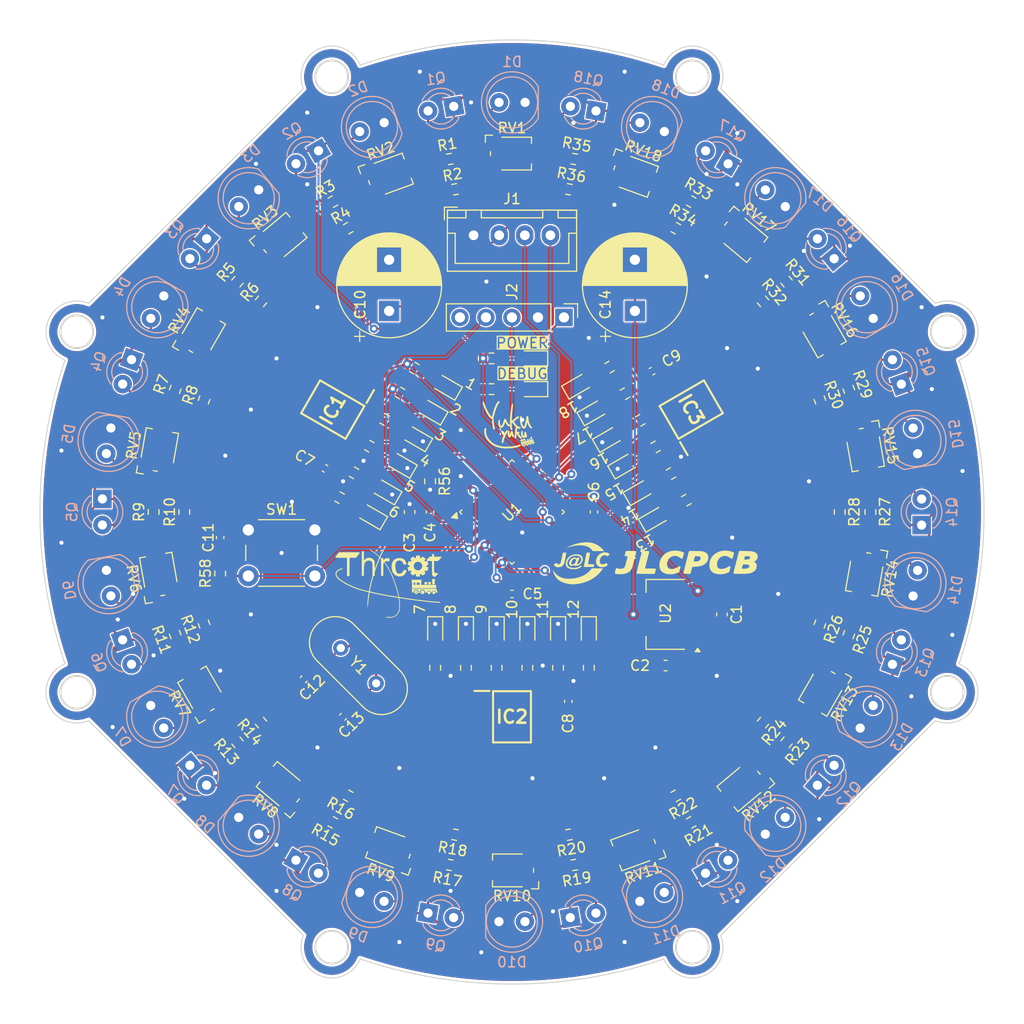
<source format=kicad_pcb>
(kicad_pcb (version 20240108) (generator "pcbnew") (generator_version "8.0")
  (layers (0 "F.Cu" signal) (31 "B.Cu" signal) (34 "B.Paste" user) (35 "F.Paste" user) (36 "B.SilkS" user "B.Silkscreen") (37 "F.SilkS" user "F.Silkscreen") (38 "B.Mask" user) (39 "F.Mask" user) (44 "Edge.Cuts" user))
  (net 0 "")
  (net 1 "14")
  (net 2 "/13Y")
  (net 3 "15")
  (net 4 "/15Y")
  (net 5 "16")
  (net 6 "/16Y")
  (net 7 "GND")
  (net 8 "/17Y")
  (net 9 "18")
  (net 10 "+3.3V")
  (net 11 "17")
  (net 12 "13")
  (net 13 "/14Y")
  (net 14 "/18Y")
  (net 15 "/5Y")
  (net 16 "4")
  (net 17 "/2Y")
  (net 18 "/1Y")
  (net 19 "/6Y")
  (net 20 "/4Y")
  (net 21 "3")
  (net 22 "2")
  (net 23 "6")
  (net 24 "/3Y")
  (net 25 "1")
  (net 26 "5")
  (net 27 "/10Y")
  (net 28 "/9Y")
  (net 29 "/12Y")
  (net 30 "/11Y")
  (net 31 "12")
  (net 32 "/8Y")
  (net 33 "10")
  (net 34 "7")
  (net 35 "11")
  (net 36 "/7Y")
  (net 37 "9")
  (net 38 "8")
  (net 39 "Net-(D14-A)")
  (net 40 "Net-(Q1-E)")
  (net 41 "Net-(Q18-E)")
  (net 42 "Net-(Q17-E)")
  (net 43 "Net-(D17-A)")
  (net 44 "Net-(Q16-E)")
  (net 45 "Net-(D16-A)")
  (net 46 "Net-(Q15-E)")
  (net 47 "Net-(D15-A)")
  (net 48 "Net-(Q14-E)")
  (net 49 "Net-(Q9-E)")
  (net 50 "Net-(Q13-E)")
  (net 51 "Net-(D13-A)")
  (net 52 "Net-(Q12-E)")
  (net 53 "Net-(D12-A)")
  (net 54 "Net-(Q11-E)")
  (net 55 "Net-(D11-A)")
  (net 56 "Net-(Q10-E)")
  (net 57 "Net-(D10-A)")
  (net 58 "Net-(D18-A)")
  (net 59 "Net-(D1-A)")
  (net 60 "Net-(D9-A)")
  (net 61 "Net-(Q8-E)")
  (net 62 "Net-(D8-A)")
  (net 63 "Net-(Q7-E)")
  (net 64 "Net-(D7-A)")
  (net 65 "Net-(Q6-E)")
  (net 66 "Net-(D6-A)")
  (net 67 "Net-(Q5-E)")
  (net 68 "Net-(D5-A)")
  (net 69 "Net-(Q4-E)")
  (net 70 "Net-(D4-A)")
  (net 71 "Net-(Q3-E)")
  (net 72 "Net-(D3-A)")
  (net 73 "Net-(Q2-E)")
  (net 74 "Net-(D2-A)")
  (net 75 "Net-(D19-A)")
  (net 76 "Net-(D20-A)")
  (net 77 "Net-(D21-A)")
  (net 78 "Net-(D22-A)")
  (net 79 "Net-(D23-A)")
  (net 80 "Net-(D24-A)")
  (net 81 "Net-(D25-A)")
  (net 82 "Net-(D26-A)")
  (net 83 "Net-(D27-A)")
  (net 84 "Net-(D28-A)")
  (net 85 "Net-(D29-A)")
  (net 86 "Net-(D30-A)")
  (net 87 "Net-(D31-A)")
  (net 88 "Net-(D32-A)")
  (net 89 "Net-(D33-A)")
  (net 90 "Net-(D34-A)")
  (net 91 "Net-(D35-A)")
  (net 92 "Net-(D36-A)")
  (net 93 "Net-(D37-A)")
  (net 94 "/BOOT0")
  (net 95 "Net-(D38-A)")
  (net 96 "/D_LED")
  (net 97 "/NRST")
  (net 116 "+5V")
  (net 117 "USART1_TXD")
  (net 118 "/OSC_IN")
  (net 119 "USART1_RXD")
  (net 120 "/OSC_OUT")
  (net 121 "/SWCLK")
  (net 122 "/SWDIO")
  (net 123 "VDD")
  (footprint "Potentiometer_SMD:Potentiometer_Bourns_TC33X_Vertical" (layer "F.Cu") (at 150 65)
    (property "Reference" "RV1")
    (property "Value" "10k")
  )
  (footprint "Logo:Yukuyuku" (layer "F.Cu") (at 149.5 91)
    (property "Reference" "G***" (hide yes))
    (property "Value" "LOGO" (hide yes))
  )
  (footprint "Button_Switch_THT:SW_PUSH_6mm" (layer "F.Cu") (at 124.25 101.75)
    (property "Reference" "SW1")
    (property "Value" "SW_Push")
  )
  (footprint "SamacSys_Parts:SOP65P640X120-14N" (layer "F.Cu") (at 132.5 90 -120)
    (property "Reference" "IC1")
    (property "Value" "74VHC14FT" (hide yes))
  )
  (footprint "Resistor_SMD:R_0603_1608Metric" (layer "F.Cu") (at 164.0286 93.6437 -150)
    (property "Reference" "R51" (hide yes))
    (property "Value" "1k")
  )
  (footprint "Capacitor_SMD:C_0402_1005Metric" (layer "F.Cu") (at 133.5 120 -135)
    (property "Reference" "C13")
    (property "Value" "10pF")
  )
  (footprint "LED_SMD:LED_0603_1608Metric" (layer "F.Cu") (at 142.5 111.7125 -90)
    (property "Reference" "D25" (hide yes))
    (property "Value" "LED")
  )
  (footprint "Resistor_SMD:R_0603_1608Metric" (layer "F.Cu") (at 123.1884 122.4976 130)
    (property "Reference" "R13")
    (property "Value" "100R")
  )
  (footprint "Resistor_SMD:R_0603_1608Metric" (layer "F.Cu") (at 134 72.2872 30)
    (property "Reference" "R4")
    (property "Value" "2.2k")
  )
  (footprint "LED_SMD:LED_0603_1608Metric" (layer "F.Cu") (at 137.599913 97.921198 150)
    (property "Reference" "D24" (hide yes))
    (property "Value" "LED")
  )
  (footprint "Resistor_SMD:R_0603_1608Metric" (layer "F.Cu") (at 167.5 69.6891 -30)
    (property "Reference" "R33")
    (property "Value" "100R")
  )
  (footprint "Resistor_SMD:R_0603_1608Metric" (layer "F.Cu") (at 133.166259 98.600498 -30)
    (property "Reference" "R38" (hide yes))
    (property "Value" "1k")
  )
  (footprint "Potentiometer_SMD:Potentiometer_Bourns_TC33X_Vertical" (layer "F.Cu") (at 127.5024 73.1884 40)
    (property "Reference" "RV3")
    (property "Value" "10k")
  )
  (footprint "Connector_JST:JST_XH_B4B-XH-A_1x04_P2.50mm_Vertical" (layer "F.Cu") (at 146.25 72.975)
    (property "Reference" "J1")
    (property "Value" "Line")
  )
  (footprint "Resistor_SMD:R_0603_1608Metric" (layer "F.Cu") (at 162.5286 91.0457 -150)
    (property "Reference" "R52" (hide yes))
    (property "Value" "1k")
  )
  (footprint "Capacitor_SMD:C_0402_1005Metric" (layer "F.Cu") (at 121.5 102.5 90)
    (property "Reference" "C11")
    (property "Value" "0.1uF")
  )
  (footprint "Capacitor_SMD:C_0603_1608Metric" (layer "F.Cu") (at 170.5 110 -90)
    (property "Reference" "C1")
    (property "Value" "10uF")
  )
  (footprint "Capacitor_SMD:C_0402_1005Metric" (layer "F.Cu") (at 150 108)
    (property "Reference" "C5")
    (property "Value" "0.1uF")
  )
  (footprint "Resistor_SMD:R_0603_1608Metric" (layer "F.Cu") (at 180.0702 110.9446 -110)
    (property "Reference" "R26")
    (property "Value" "2.2k")
  )
  (footprint "Resistor_SMD:R_0603_1608Metric" (layer "F.Cu") (at 165.528601 96.2418 -150)
    (property "Reference" "R50" (hide yes))
    (property "Value" "1k")
  )
  (footprint "Resistor_SMD:R_0603_1608Metric" (layer "F.Cu") (at 176.8116 122.4976 -130)
    (property "Reference" "R23")
    (property "Value" "100R")
  )
  (footprint "Resistor_SMD:R_0603_1608Metric" (layer "F.Cu") (at 117.1108 88.0293 70)
    (property "Reference" "R7")
    (property "Value" "100R")
  )
  (footprint "Potentiometer_SMD:Potentiometer_Bourns_TC33X_Vertical" (layer "F.Cu") (at 127.5024 126.8116 140)
    (property "Reference" "RV8")
    (property "Value" "10k")
  )
  (footprint "Resistor_SMD:R_0603_1608Metric" (layer "F.Cu") (at 154.5 115.2125 90)
    (property "Reference" "R47" (hide yes))
    (property "Value" "1k")
  )
  (footprint "Resistor_SMD:R_0603_1608Metric" (layer "F.Cu") (at 117.1108 111.9707 110)
    (property "Reference" "R11")
    (property "Value" "100R")
  )
  (footprint "Capacitor_SMD:C_0402_1005Metric" (layer "F.Cu") (at 155.5 118.5 90)
    (property "Reference" "C8")
    (property "Value" "0.1uF")
  )
  (footprint "Capacitor_THT:CP_Radial_D10.0mm_P5.00mm" (layer "F.Cu") (at 162 80.3677 90)
    (property "Reference" "C14")
    (property "Value" "120uF")
  )
  (footprint "Logo:JLCPCB" (layer "F.Cu") (at 164 105)
    (property "Reference" "G***" (hide yes))
    (property "Value" "LOGO" (hide yes))
  )
  (footprint "Potentiometer_SMD:Potentiometer_Bourns_TC33X_Vertical" (layer "F.Cu") (at 180.3109 82.5 -60)
    (property "Reference" "RV16")
    (property "Value" "10k")
  )
  (footprint "SamacSys_Parts:SOP65P640X120-14N" (layer "F.Cu") (at 167.5 90 120)
    (property "Reference" "IC3")
    (property "Value" "74VHC14FT" (hide yes))
  )
  (footprint "Capacitor_SMD:C_0402_1005Metric" (layer "F.Cu") (at 163.6795 86.25 -150)
    (property "Reference" "C9")
    (property "Value" "0.1uF")
  )
  (footprint "Resistor_SMD:R_0603_1608Metric" (layer "F.Cu") (at 115 100 90)
    (property "Reference" "R9")
    (property "Value" "100R")
  )
  (footprint "Resistor_SMD:R_0603_1608Metric" (layer "F.Cu") (at 185 100 -90)
    (property "Reference" "R27")
    (property "Value" "100R")
  )
  (footprint "Capacitor_SMD:C_0402_1005Metric" (layer "F.Cu") (at 131.736201 95.739998 -30)
    (property "Reference" "C7")
    (property "Value" "0.1uF")
  )
  (footprint "Resistor_SMD:R_0603_1608Metric" (layer "F.Cu") (at 134.568813 96.171198 -30)
    (property "Reference" "R42" (hide yes))
    (property "Value" "1k")
  )
  (footprint "LED_SMD:LED_0603_1608Metric" (layer "F.Cu") (at 139.099914 95.323098 150)
    (property "Reference" "D23" (hide yes))
    (property "Value" "LED")
  )
  (footprint "Resistor_SMD:R_0603_1608Metric" (layer "F.Cu") (at 125.4866 79.4308 50)
    (property "Reference" "R6")
    (property "Value" "2.2k")
  )
  (footprint "Resistor_SMD:R_0603_1608Metric" (layer "F.Cu") (at 151.5 115.2125 90)
    (property "Reference" "R46" (hide yes))
    (property "Value" "1k")
  )
  (footprint "Package_TO_SOT_SMD:SOT-223-3_TabPin2" (layer "F.Cu") (at 165 110 180)
    (property "Reference" "U2")
    (property "Value" "AZ1117-3.3")
  )
  (footprint "Potentiometer_SMD:Potentiometer_Bourns_TC33X_Vertical" (layer "F.Cu") (at 172.4976 126.8116 -140)
    (property "Reference" "RV12")
    (property "Value" "10k")
  )
  (footprint "Resistor_SMD:R_0603_1608Metric" (layer "F.Cu") (at 132.5 69.6891 30)
    (property "Reference" "R3")
    (property "Value" "100R")
  )
  (footprint "Logo:Thrcot-Mini" (layer "F.Cu") (at 138 105)
    (property "Reference" "G***" (hide yes))
    (property "Value" "LOGO" (hide yes))
  )
  (footprint "Resistor_SMD:R_0603_1608Metric" (layer "F.Cu") (at 155.5567 68.4862 -10)
    (property "Reference" "R36")
    (property "Value" "2.2k")
  )
  (footprint "LED_SMD:LED_0603_1608Metric" (layer "F.Cu") (at 151.5 111.7125 -90)
    (property "Reference" "D28" (hide yes))
    (property "Value" "LED")
  )
  (footprint "Potentiometer_SMD:Potentiometer_Bourns_TC33X_Vertical" (layer "F.Cu") (at 161.9707 67.1108 -20)
    (property "Reference" "RV18")
    (property "Value" "10k")
  )
  (footprint "SamacSys_Parts:SOP65P640X120-14N" (layer "F.Cu") (at 150 120)
    (property "Reference" "IC2")
    (property "Value" "74VHC14FT" (hide yes))
  )
  (footprint "LED_SMD:LED_0603_1608Metric" (layer "F.Cu") (at 143.5025 87.697598 150)
    (property "Reference" "D19" (hide yes))
    (property "Value" "LED")
  )
  (footprint "Resistor_SMD:R_0603_1608Metric" (layer "F.Cu") (at 155.5567 131.5138 -170)
    (property "Reference" "R20")
    (property "Value" "2.2k")
  )
  (footprint "Resistor_SMD:R_0603_1608Metric" (layer "F.Cu") (at 166 72.2872 -30)
    (property "Reference" "R34")
    (property "Value" "2.2k")
  )
  (footprint "Resistor_SMD:R_0603_1608Metric" (layer "F.Cu") (at 142.5 115.2125 90)
    (property "Reference" "R43" (hide yes))
    (property "Value" "1k")
  )
  (footprint "Resistor_SMD:R_0603_1608Metric" (layer "F.Cu") (at 143.9223 65.5317 10)
    (property "Reference" "R1")
    (property "Value" "100R")
  )
  (footprint "Potentiometer_SMD:Potentiometer_Bourns_TC33X_Vertical" (layer "F.Cu") (at 119.6891 82.5 60)
    (property "Reference" "RV4")
    (property "Value" "10k")
  )
  (footprint "Resistor_SMD:R_0603_1608Metric" (layer "F.Cu") (at 144.4433 131.5138 170)
    (property "Reference" "R18")
    (property "Value" "2.2k")
  )
  (footprint "Capacitor_THT:CP_Radial_D10.0mm_P5.00mm" (layer "F.Cu") (at 138 80.3677 90)
    (property "Reference" "C10")
    (property "Value" "120uF")
  )
  (footprint "LED_SMD:LED_0603_1608Metric" (layer "F.Cu") (at 142.099914 90.126898 150)
    (property "Reference" "D21" (hide yes))
    (property "Value" "LED")
  )
  (footprint "LED_SMD:LED_0603_1608Metric" (layer "F.Cu") (at 145.5 111.7125 -90)
    (property "Reference" "D26" (hide yes))
    (property "Value" "LED")
  )
  (footprint "Resistor_SMD:R_0603_1608Metric" (layer "F.Cu") (at 118 100 90)
    (property "Reference" "R10")
    (property "Value" "2.2k")
  )
  (footprint "Capacitor_SMD:C_0402_1005Metric" (layer "F.Cu") (at 129.6606 116.3394 -135)
    (property "Reference" "C12")
    (property "Value" "10pF")
  )
  (footprint "Potentiometer_SMD:Potentiometer_Bourns_TC33X_Vertical" (layer "F.Cu") (at 138.0293 132.8892 160)
    (property "Reference" "RV9")
    (property "Value" "10k")
  )
  (footprint "Connector_PinHeader_2.54mm:PinHeader_1x05_P2.54mm_Vertical" (layer "F.Cu") (at 155.075 81 -90)
    (property "Reference" "J2")
    (property "Value" "ST-LINK")
  )
  (footprint "LED_SMD:LED_0603_1608Metric" (layer "F.Cu") (at 163.997501 100.589901 30)
    (property "Reference" "D31" (hide yes))
    (property "Value" "LED")
  )
  (footprint "LED_SMD:LED_0603_1608Metric" (layer "F.Cu") (at 152 88 180)
    (property "Reference" "D38" (hide yes))
    (property "Value" "LED")
  )
  (footprint "LED_SMD:LED_0603_1608Metric" (layer "F.Cu") (at 157.997501 90.1976 30)
    (property "Reference" "D35" (hide yes))
    (property "Value" "LED")
  )
  (footprint "Resistor_SMD:R_0603_1608Metric" (layer "F.Cu") (at 167.028601 98.8399 -150)
    (property "Reference" "R49" (hide yes))
    (property "Value" "1k")
  )
  (footprint "Resistor_SMD:R_0603_1608Metric" (layer "F.Cu") (at 137.568815 90.974998 -30)
    (property "Reference" "R40" (hide yes))
    (property "Value" "1k")
  )
  (footprint "Package_QFP:LQFP-32_7x7mm_P0.8mm" (layer "F.Cu") (at 150 100 45)
    (property "Reference" "U1")
    (property "Value" "STM32F303K8Tx")
  )
  (footprint "Resistor_SMD:R_0603_1608Metric" (layer "F.Cu") (at 159.5286 85.8495 -150)
    (property "Reference" "R54" (hide yes))
    (property "Value" "1k")
  )
  (footprint "Resistor_SMD:R_0603_1608Metric" (layer "F.Cu") (at 176.8116 77.5024 -50)
    (property "Reference" "R31")
    (property "Value" "100R")
  )
  (footprint "Resistor_SMD:R_0603_1608Metric" (layer "F.Cu") (at 121.5 106 90)
    (property "Reference" "R58")
    (property "Value" "10k")
  )
  (footprint "Resistor_SMD:R_0603_1608Metric" (layer "F.Cu") (at 145.5 115.2125 90)
    (property "Reference" "R44" (hide yes))
    (property "Value" "1k")
  )
  (footprint "Potentiometer_SMD:Potentiometer_Bourns_TC33X_Vertical" (layer "F.Cu") (at 138.0293 67.1108 20)
    (property "Reference" "RV2")
    (property "Value" "10k")
  )
  (footprint "Potentiometer_SMD:Potentiometer_Bourns_TC33X_Vertical" (layer "F.Cu") (at 150 135 180)
    (property "Reference" "RV10")
    (property "Value" "10k")
  )
  (footprint "Capacitor_SMD:C_0603_1608Metric" (layer "F.Cu") (at 140 100 90)
    (property "Reference" "C3")
    (property "Value" "4.7uF")
  )
  (footprint "Capacitor_SMD:C_0402_1005Metric" (layer "F.Cu") (at 158 100 -90)
    (property "Reference" "C6")
    (property "Value" "0.1uF")
  )
  (footprint "Resistor_SMD:R_0603_1608Metric" (layer "F.Cu") (at 142 97 -90)
    (property "Reference" "R56")
    (property "Value" "10k")
  )
  (footprint "LED_SMD:LED_0603_1608Metric" (layer "F.Cu") (at 159.497501 92.795701 30)
    (property "Reference" "D34" (hide yes))
    (property "Value" "LED")
  )
  (footprint "Resistor_SMD:R_0603_1608Metric" (layer "F.Cu") (at 123.1884 77.5024 50)
    (property "Reference" "R5")
    (property "Value" "100R")
  )
  (footprint "Resistor_SMD:R_0603_1608Metric" (layer "F.Cu") (at 166 127.7128 -150)
    (property "Reference" "R22")
    (property "Value" "2.2k")
  )
  (footprint "Capacitor_SMD:C_0603_1608Metric" (layer "F.Cu") (at 165 115)
    (property "Reference" "C2")
    (property "Value" "22uF")
  )
  (footprint "LED_SMD:LED_0603_1608Metric" (layer "F.Cu") (at 160.997501 95.393701 30)
    (property "Reference" "D33" (hide yes))
    (property "Value" "LED")
  )
  (footprint "LED_SMD:LED_0603_1608Metric" (layer "F.Cu") (at 148.5 111.7125 -90)
    (property "Reference" "D27" (hide yes))
    (property "Value" "LED")
  )
  (footprint "Resistor_SMD:R_0603_1608Metric" (layer "F.Cu") (at 119.9298 110.9446 110)
    (property "Reference" "R12")
    (property "Value" "2.2k")
  )
  (footprint "Resistor_SMD:R_0603_1608Metric" (layer "F.Cu") (at 143.9223 134.4683 170)
    (property "Reference" "R17")
    (property "Value" "100R")
  )
  (footprint "LED_SMD:LED_0603_1608Metric" (layer "F.Cu") (at 154.5 111.7125 -90)
    (property "Reference" "D29" (hide yes))
    (property "Value" "LED")
  )
  (footprint "Resistor_SMD:R_0603_1608Metric" (layer "F.Cu") (at 144.4433 68.4862 10)
    (property "Reference" "R2")
    (property "Value" "2.2k")
  )
  (footprint "Resistor_SMD:R_0603_1608Metric" (layer "F.Cu") (at 161.0286 88.4476 -150)
    (property "Reference" "R53" (hide yes))
    (property "Value" "1k")
  )
  (footprint "LED_SMD:LED_0603_1608Metric" (layer "F.Cu") (at 136.197359 100.350498 150)
    (property "Reference" "D20" (hide yes))
    (property "Value" "LED")
  )
  (footprint "Potentiometer_SMD:Potentiometer_Bourns_TC33X_Vertical" (layer "F.Cu") (at 119.6891 117.5 120)
    (property "Reference" "RV7")
    (property "Value" "10k")
  )
  (footprint "Potentiometer_SMD:Potentiometer_Bourns_TC33X_Vertical" (layer "F.Cu") (at 161.9707 132.8892 -160)
    (property "Reference" "RV11")
    (property "Value" "10k")
  )
  (footprint "Resistor_SMD:R_0603_1608Metric" (layer "F.Cu") (at 182 100 -90)
    (property "Reference" "R28")
    (property "Value" "2.2k")
  )
  (footprint "Resistor_SMD:R_0603_1608Metric" (layer "F.Cu") (at 148 85)
    (property "Reference" "R55" (hide yes))
    (property "Value" "10k")
  )
  (footprint "Resistor_SMD:R_0603_1608Metric" (layer "F.Cu") (at 182.8892 88.0293 -70)
    (property "Reference" "R29")
    (property "Value" "100R")
  )
  (footprint "LED_SMD:LED_0603_1608Metric" (layer "F.Cu") (at 140.599913 92.724999 150)
    (property "Reference" "D22" (hide yes))
    (property "Value" "LED")
  )
  (footprint "LED_SMD:LED_0603_1608Metric" (layer "F.Cu") (at 162.4975 97.9918 30)
    (property "Reference" "D32" (hide yes))
    (property "Value" "LED")
  )
  (footprint "Resistor_SMD:R_0603_1608Metric" (layer "F.Cu") (at 156.0777 65.5317 -10)
    (property "Reference" "R35")
    (property "Value" "100R")
  )
  (footprint "Potentiometer_SMD:Potentiometer_Bourns_TC33X_Vertical" (layer "F.Cu") (at 115.5317 106.0777 100)
    (property "Reference" "RV6")
    (property "Value" "10k")
  )
  (footprint "Resistor_SMD:R_0603_1608Metric" (layer "F.Cu") (at 140.471401 85.947599 -30)
    (property "Reference" "R37" (hide yes))
    (property "Value" "1k")
  )
  (footprint "LED_SMD:LED_0603_1608Metric" (layer "F.Cu") (at 157.5 111.7125 -90)
    (property "Reference" "D30" (hide yes))
    (property "Value" "LED")
  )
  (footprint "Resistor_SMD:R_0603_1608Metric" (layer "F.Cu") (at 136.068814 93.573098 -30)
    (property "Reference" "R41" (hide yes))
    (property "Value" "1k")
  )
  (footprint "Resistor_SMD:R_0603_1608Metric" (layer "F.Cu") (at 125.4866 120.5692 130)
    (property "Reference" "R14")
    (property "Value" "2.2k")
  )
  (footprint "Potentiometer_SMD:Potentiometer_Bourns_TC33X_Vertical" (layer "F.Cu") (at 184.4683 93.9223 -80)
    (property "Reference" "RV15")
    (property "Value" "10k")
  )
  (footprint "Resistor_SMD:R_0603_1608Metric" (layer "F.Cu") (at 180.0702 89.0554 -70)
    (property "Reference" "R30")
    (property "Value" "2.2k")
  )
  (footprint "Resistor_SMD:R_0603_1608Metric" (layer "F.Cu") (at 156.0777 134.4683 -170)
    (property "Reference" "R19")
    (property "Value" "100R")
  )
  (footprint "Potentiometer_SMD:Potentiometer_Bourns_TC33X_Vertical" (layer "F.Cu") (at 180.3109 117.5 -120)
    (property "Reference" "RV13")
    (property "Value" "10k")
  )
  (footprint "Resistor_SMD:R_0603_1608Metric" (layer "F.Cu") (at 134 127.7128 150)
    (property "Reference" "R16")
    (property "Value" "2.2k")
  )
  (footprint "Capacitor_SMD:C_0402_1005Metric" (layer "F.Cu") (at 142 100 90)
    (property "Reference" "C4")
    (property "Value" "0.1uF")
  )
  (footprint "Resistor_SMD:R_0603_1608Metric" (layer "F.Cu") (at 148.5 115.2125 90)
    (property "Reference" "R45" (hide yes))
    (property "Value" "1k")
  )
  (footprint "Crystal:Crystal_HC49-4H_Vertical" (layer "F.Cu") (at 136.7324 116.7324 135)
    (property "Reference" "Y1")
    (property "Value" "8MHz")
  )
  (footprint "Resistor_SMD:R_0603_1608Metric" (layer "F.Cu") (at 119.9298 89.0554 70)
    (property "Reference" "R8")
    (property "Value" "2.2k")
  )
  (footprint "LED_SMD:LED_0603_1608Metric" (layer "F.Cu") (at 156.4975 87.599501 30)
    (property "Reference" "D36" (hide yes))
    (property "Value" "LED")
  )
  (footprint "Resistor_SMD:R_0603_1608Metric" (layer "F.Cu") (at 148 88)
    (property "Reference" "R57" (hide yes))
    (property "Value" "10k")
  )
  (footprint "Resistor_SMD:R_0603_1608Metric" (layer "F.Cu") (at 174.5134 120.5692 -130)
    (property "Reference" "R24")
    (property "Value" "2.2k")
  )
  (footprint "Resistor_SMD:R_0603_1608Metric" (layer "F.Cu") (at 174.5134 79.4308 -50)
    (property "Reference" "R32")
    (property "Value" "2.2k")
  )
  (footprint "Resistor_SMD:R_0603_1608Metric" (layer "F.Cu") (at 167.5 130.3109 -150)
    (property "Reference" "R21")
    (property "Value" "100R")
  )
  (footprint "Resistor_SMD:R_0603_1608Metric" (layer "F.Cu") (at 157.5 115.2125 90)
    (property "Reference" "R48" (hide yes))
    (property "Value" "1k")
  )
  (footprint "Resistor_SMD:R_0603_1608Metric" (layer "F.Cu") (at 139.068814 88.376899 -30)
    (property "Reference" "R39" (hide yes))
    (property "Value" "1k")
  )
  (footprint "LED_SMD:LED_0603_1608Metric" (layer "F.Cu") (at 152 85 180)
    (property "Reference" "D37" (hide yes))
    (property "Value" "LED")
  )
  (footprint "Resistor_SMD:R_0603_1608Metric" (layer "F.Cu") (at 132.5 130.3109 150)
    (property "Reference" "R15")
    (property "Value" "100R")
  )
  (footprint "Resistor_SMD:R_0603_1608Metric" (layer "F.Cu") (at 182.8892 111.9707 -110)
    (property "Reference" "R25")
    (property "Value" "100R")
  )
  (footprint "Potentiometer_SMD:Potentiometer_Bourns_TC33X_Vertical" (layer "F.Cu") (at 184.4683 106.0777 -100)
    (property "Reference" "RV14")
    (property "Value" "10k")
  )
  (footprint "Potentiometer_SMD:Potentiometer_Bourns_TC33X_Vertical" (layer "F.Cu") (at 172.4976 73.1884 -40)
    (property "Reference" "RV17")
    (property "Value" "10k")
  )
  (footprint "Potentiometer_SMD:Potentiometer_Bourns_TC33X_Vertical" (layer "F.Cu") (at 115.5317 93.9223 80)
    (property "Reference" "RV5")
    (property "Value" "10k")
  )
  (footprint "LED_THT:LED_D3.0mm_Clear" (layer "B.Cu") (at 118.5387 124.7348 -50)
    (property "Reference" "Q7")
    (property "Value" "Q_Photo_NPN")
  )
  (footprint "LED_THT:LED_D3.0mm_Clear" (layer "B.Cu") (at 120.1778 73.3118 -130)
    (property "Reference" "Q3")
    (property "Value" "Q_Photo_NPN")
  )
  (footprint "LED_THT:LED_D3.0mm_Clear" (layer "B.Cu") (at 179.8222 126.6882 50)
    (property "Reference" "Q12")
    (property "Value" "Q_Photo_NPN")
  )
  (footprint "LED_THT:LED_D3.0mm_Clear" (layer "B.Cu") (at 141.7984 139.1709 -10)
    (property "Reference" "Q9")
    (property "Value" "Q_Photo_NPN")
  )
  (footprint "LED_THT:LED_D3.0mm_Clear" (layer "B.Cu") (at 144.3097 60.3863 -170)
    (property "Reference" "Q1")
    (property "Value" "Q_Photo_NPN")
  )
  (footprint "LED_THT:LED_D3.0mm_Clear" (layer "B.Cu") (at 190 101.275 90)
    (property "Reference" "Q14")
    (property "Value" "Q_Photo_NPN")
  )
  (footprint "LED_THT:LED_D3.0mm_Clear" (layer "B.Cu") (at 181.4613 75.2652 130)
    (property "Reference" "Q16")
    (property "Value" "Q_Photo_NPN")
  )
  (footprint "LED_THT:LED_D3.0mm_Clear" (layer "B.Cu") (at 155.6903 139.6137 10)
    (property "Reference" "Q10")
    (property "Value" "Q_Photo_NPN")
  )
  (footprint "LED_THT:LED_D3.0mm_Clear" (layer "B.Cu") (at 187.1516 114.8789 70)
    (property "Reference" "Q13")
    (property "Value" "Q_Photo_NPN")
  )
  (footprint "LED_THT:LED_D3.0mm_Clear" (layer "B.Cu") (at 158.2016 60.8291 170)
    (property "Reference" "Q18")
    (property "Value" "Q_Photo_NPN")
  )
  (footprint "LED_THT:LED_D3.0mm_Clear" (layer "B.Cu") (at 112.8484 85.1211 -110)
    (property "Reference" "Q4")
    (property "Value" "Q_Photo_NPN")
  )
  (footprint "LED_THT:LED_D5.0mm" (layer "B.Cu") (at 115.9965 78.8958 -120)
    (property "Reference" "D4")
    (property "Value" "LED")
  )
  (footprint "LED_THT:LED_D5.0mm" (layer "B.Cu") (at 114.7215 118.8958 -60)
    (property "Reference" "D7")
    (property "Value" "LED")
  )
  (footprint "LED_THT:LED_D5.0mm" (layer "B.Cu") (at 185.2785 81.1042 120)
    (property "Reference" "D16")
    (property "Value" "LED")
  )
  (footprint "LED_THT:LED_D3.0mm_Clear" (layer "B.Cu") (at 168.8958 135.2785 30)
    (property "Reference" "Q11")
    (property "Value" "Q_Photo_NPN")
  )
  (footprint "LED_THT:LED_D5.0mm" (layer "B.Cu") (at 151.275 60 180)
    (property "Reference" "D1")
    (property "Value" "LED")
  )
  (footprint "LED_THT:LED_D5.0mm" (layer "B.Cu") (at 174.7348 131.4613 40)
    (property "Reference" "D12")
    (property "Value" "LED")
  )
  (footprint "LED_THT:LED_D3.0mm_Clear" (layer "B.Cu") (at 128.8958 134.0035 -30)
    (property "Reference" "Q8")
    (property "Value" "Q_Photo_NPN")
  )
  (footprint "LED_THT:LED_D5.0mm" (layer "B.Cu") (at 189.6137 94.3097 100)
    (property "Reference" "D15")
    (property "Value" "LED")
  )
  (footprint "LED_THT:LED_D3.0mm_Clear" (layer "B.Cu") (at 188.0238 87.5173 110)
    (property "Reference" "Q15")
    (property "Value" "Q_Photo_NPN")
  )
  (footprint "LED_THT:LED_D3.0mm_Clear" (layer "B.Cu") (at 110 98.725 -90)
    (property "Reference" "Q5")
    (property "Value" "Q_Photo_NPN")
  )
  (footprint "LED_THT:LED_D3.0mm_Clear" (layer "B.Cu") (at 111.9762 112.4827 -70)
    (property "Reference" "Q6")
    (property "Value" "Q_Photo_NPN")
  )
  (footprint "LED_THT:LED_D5.0mm" (layer "B.Cu") (at 123.3118 129.8222 -40)
    (property "Reference" "D8")
    (property "Value" "LED")
  )
  (footprint "LED_THT:LED_D5.0mm" (layer "B.Cu") (at 162.4827 138.0238 20)
    (property "Reference" "D11")
    (property "Value" "LED")
  )
  (footprint "LED_THT:LED_D5.0mm" (layer "B.Cu") (at 110.3863 105.6903 -80)
    (property "Reference" "D6")
    (property "Value" "LED")
  )
  (footprint "LED_THT:LED_D5.0mm" (layer "B.Cu") (at 189.1709 108.2016 80)
    (property "Reference" "D14")
    (property "Value" "LED")
  )
  (footprint "LED_THT:LED_D5.0mm" (layer "B.Cu") (at 125.2652 68.5387 -140)
    (property "Reference" "D3")
    (property "Value" "LED")
  )
  (footprint "LED_THT:LED_D3.0mm_Clear" (layer "B.Cu") (at 171.1042 65.9965 150)
    (property "Reference" "Q17")
    (property "Value" "Q_Photo_NPN")
  )
  (footprint "LED_THT:LED_D3.0mm_Clear" (layer "B.Cu") (at 131.1042 64.7215 -150)
    (property "Reference" "Q2")
    (property "Value" "Q_Photo_NPN")
  )
  (footprint "LED_THT:LED_D5.0mm" (layer "B.Cu") (at 148.725 140)
    (property "Reference" "D10")
    (property "Value" "LED")
  )
  (footprint "LED_THT:LED_D5.0mm" (layer "B.Cu") (at 176.6882 70.1778 140)
    (property "Reference" "D17")
    (property "Value" "LED")
  )
  (footprint "LED_THT:LED_D5.0mm" (layer "B.Cu") (at 135.1211 137.1516 -20)
    (property "Reference" "D9")
    (property "Value" "LED")
  )
  (footprint "LED_THT:LED_D5.0mm" (layer "B.Cu") (at 110.8291 91.7984 -100)
    (property "Reference" "D5")
    (property "Value" "LED")
  )
  (footprint "LED_THT:LED_D5.0mm" (layer "B.Cu") (at 184.0035 121.1042 60)
    (property "Reference" "D13")
    (property "Value" "LED")
  )
  (footprint "LED_THT:LED_D5.0mm" (layer "B.Cu") (at 164.8789 62.8484 160)
    (property "Reference" "D18")
    (property "Value" "LED")
  )
  (footprint "LED_THT:LED_D5.0mm" (layer "B.Cu") (at 137.5173 61.9762 -160)
    (property "Reference" "D2")
    (property "Value" "LED")
  )
  (gr_line (start 129.624923 141.350407) (end 108.649592 120.375077) (stroke (width 0.1)) (layer "Edge.Cuts"))
  (gr_circle (center 167.603438 142.498458) (end 169.203438 142.498458) (stroke (width 0.2)) (fill none) (layer "Edge.Cuts"))
  (gr_arc (start 129.624923 58.649592) (mid 131.248512 54.729903) (end 135.168201 56.353492) (stroke (width 0.1)) (layer "Edge.Cuts"))
  (gr_arc (start 170.375077 141.350408) (mid 168.751488 145.270097) (end 164.831799 143.646508) (stroke (width 0.1)) (layer "Edge.Cuts"))
  (gr_arc (start 164.831799 143.646509) (mid 150 146.097722) (end 135.168201 143.646509) (stroke (width 0.1)) (layer "Edge.Cuts"))
  (gr_arc (start 135.168201 56.353491) (mid 150 53.902278) (end 164.831799 56.353491) (stroke (width 0.1)) (layer "Edge.Cuts"))
  (gr_arc (start 106.353491 114.831799) (mid 103.902278 100) (end 106.353491 85.168201) (stroke (width 0.1)) (layer "Edge.Cuts"))
  (gr_line (start 170.375077 58.649593) (end 191.350408 79.624923) (stroke (width 0.1)) (layer "Edge.Cuts"))
  (gr_circle (center 192.498458 82.396562) (end 194.098458 82.396562) (stroke (width 0.2)) (fill none) (layer "Edge.Cuts"))
  (gr_arc (start 108.649592 120.375077) (mid 104.729903 118.751488) (end 106.353492 114.831799) (stroke (width 0.1)) (layer "Edge.Cuts"))
  (gr_circle (center 167.603438 57.501542) (end 169.203438 57.501542) (stroke (width 0.2)) (fill none) (layer "Edge.Cuts"))
  (gr_arc (start 135.168201 143.646509) (mid 131.248511 145.270097) (end 129.624923 141.350407) (stroke (width 0.1)) (layer "Edge.Cuts"))
  (gr_circle (center 192.498458 117.603438) (end 194.098458 117.603438) (stroke (width 0.2)) (fill none) (layer "Edge.Cuts"))
  (gr_circle (center 132.396562 57.501542) (end 133.996562 57.501542) (stroke (width 0.2)) (fill none) (layer "Edge.Cuts"))
  (gr_arc (start 193.646508 85.168201) (mid 196.097721 100) (end 193.646508 114.831799) (stroke (width 0.1)) (layer "Edge.Cuts"))
  (gr_arc (start 191.350408 79.624923) (mid 195.270097 81.248512) (end 193.646508 85.168201) (stroke (width 0.1)) (layer "Edge.Cuts"))
  (gr_circle (center 107.501542 117.603438) (end 109.101542 117.603438) (stroke (width 0.2)) (fill none) (layer "Edge.Cuts"))
  (gr_line (start 108.649593 79.624923) (end 129.624923 58.649592) (stroke (width 0.1)) (layer "Edge.Cuts"))
  (gr_arc (start 193.646509 114.831799) (mid 195.270097 118.751489) (end 191.350407 120.375077) (stroke (width 0.1)) (layer "Edge.Cuts"))
  (gr_circle (center 132.396562 142.498458) (end 133.996562 142.498458) (stroke (width 0.2)) (fill none) (layer "Edge.Cuts"))
  (gr_circle (center 107.501542 82.396562) (end 109.101542 82.396562) (stroke (width 0.2)) (fill none) (layer "Edge.Cuts"))
  (gr_arc (start 106.353491 85.168201) (mid 104.729903 81.248511) (end 108.649593 79.624923) (stroke (width 0.1)) (layer "Edge.Cuts"))
  (gr_line (start 170.375077 141.350408) (end 191.350407 120.375077) (stroke (width 0.1)) (layer "Edge.Cuts"))
  (gr_arc (start 164.831799 56.353491) (mid 168.751489 54.729903) (end 170.375077 58.649593) (stroke (width 0.1)) (layer "Edge.Cuts"))
  (gr_text "5" (at 140 97.5 330) (layer "F.SilkS") (effects (font (size 1 1))))
  (gr_text "11" (at 153 109.5 90) (layer "F.SilkS") (effects (font (size 1 1))))
  (gr_text "1" (at 146 87.5 -30) (layer "F.SilkS") (effects (font (size 1 1))))
  (gr_text "2" (at 144.5 90 330) (layer "F.SilkS") (effects (font (size 1 1))))
  (gr_text "18" (at 155.5 90 210) (layer "F.SilkS") (effects (font (size 1 1))))
  (gr_text "12" (at 156 109.5 90) (layer "F.SilkS") (effects (font (size 1 1))))
  (gr_text "17" (at 157 92.5 210) (layer "F.SilkS") (effects (font (size 1 1))))
  (gr_text "7" (at 141 109.5 90) (layer "F.SilkS") (effects (font (size 1 1))))
  (gr_text "8" (at 144 109.5 90) (layer "F.SilkS") (effects (font (size 1 1))))
  (gr_text "9" (at 147 109.5 90) (layer "F.SilkS") (effects (font (size 1 1))))
  (gr_text "6" (at 138.5 100 330) (layer "F.SilkS") (effects (font (size 1 1))))
  (gr_text "13" (at 163 103 -150) (layer "F.SilkS") (effects (font (size 1 1))))
  (gr_text "3" (at 143 92.5 330) (layer "F.SilkS") (effects (font (size 1 1))))
  (gr_text "16" (at 158.5 95 210) (layer "F.SilkS") (effects (font (size 1 1))))
  (gr_text "POWER" (at 151 83.5 0) (layer "F.SilkS" knockout) (effects (font (size 1 1))))
  (gr_text "10" (at 150 109.5 90) (layer "F.SilkS") (effects (font (size 1 1))))
  (gr_text "DEBUG" (at 151 86.5 0) (layer "F.SilkS" knockout) (effects (font (size 1 1))))
  (gr_text "15" (at 160 98 210) (layer "F.SilkS") (effects (font (size 1 1))))
  (gr_text "14" (at 161.5 100.5 210) (layer "F.SilkS") (effects (font (size 1 1))))
  (gr_text "4" (at 141.5 95 330) (layer "F.SilkS") (effects (font (size 1 1))))
  (segment (start 176.21021 100.825) (end 182 100.825) (width 0.2) (layer "F.Cu") (net 1))
  (segment (start 168.929724 93.776356) (end 169.496426 93.928203) (width 0.2) (layer "F.Cu") (net 1))
  (segment (start 169.496426 93.928203) (end 169.746426 94.361216) (width 0.2) (layer "F.Cu") (net 1))
  (segment (start 185.765673 104.478694) (end 182.111979 100.825) (width 0.2) (layer "F.Cu") (net 1))
  (segment (start 168.406083 92.869383) (end 168.929724 93.776356) (width 0.2) (layer "F.Cu") (net 1))
  (segment (start 169.746426 94.361216) (end 176.21021 100.825) (width 0.2) (layer "F.Cu") (net 1))
  (segment (start 182.111979 100.825) (end 182 100.825) (width 0.2) (layer "F.Cu") (net 1))
  (segment (start 166.453302 92.991068) (end 166.514376 92.76314) (width 0.2) (layer "F.Cu") (net 2))
  (segment (start 152.103643 103.800699) (end 152.640842 104.337898) (width 0.2) (layer "F.Cu") (net 2))
  (segment (start 167.743072 98.4274) (end 168.329149 96.24013) (width 0.2) (layer "F.Cu") (net 2))
  (segment (start 162.284438 104.337898) (end 167.743072 98.879264) (width 0.2) (layer "F.Cu") (net 2))
  (segment (start 167.743072 98.879264) (end 167.743072 98.4274) (width 0.2) (layer "F.Cu") (net 2))
  (segment (start 168.329149 96.24013) (end 166.453302 92.991068) (width 0.2) (layer "F.Cu") (net 2))
  (segment (start 166.514376 92.76314) (end 167.237319 92.345748) (width 0.2) (layer "F.Cu") (net 2))
  (segment (start 167.237319 92.345748) (end 167.374417 92.382484) (width 0.2) (layer "F.Cu") (net 2))
  (segment (start 167.374417 92.382484) (end 167.843167 93.194383) (width 0.2) (layer "F.Cu") (net 2))
  (segment (start 152.640842 104.337898) (end 162.284438 104.337898) (width 0.2) (layer "F.Cu") (net 2))
  (segment (start 176.783013 93.4) (end 180.352367 89.830646) (width 0.2) (layer "F.Cu") (net 3))
  (segment (start 169.531917 92.431917) (end 170.5 93.4) (width 0.2) (layer "F.Cu") (net 3))
  (segment (start 185.140541 91.975998) (end 182.995189 89.830646) (width 0.2) (layer "F.Cu") (net 3))
  (segment (start 169.531917 92.219384) (end 169.531917 92.431917) (width 0.2) (layer "F.Cu") (net 3))
  (segment (start 182.995189 89.830646) (end 180.352367 89.830646) (width 0.2) (layer "F.Cu") (net 3))
  (segment (start 170.5 93.4) (end 176.783013 93.4) (width 0.2) (layer "F.Cu") (net 3))
  (segment (start 161.049809 98.646215) (end 161.049809 97.750191) (width 0.2) (layer "F.Cu") (net 4))
  (segment (start 164.743071 93.2312) (end 164.869972 92.757599) (width 0.2) (layer "F.Cu") (net 4))
  (segment (start 168.415761 90.710437) (end 169.593475 91.026004) (width 0.2) (layer "F.Cu") (net 4))
  (segment (start 164.743071 94.056929) (end 164.743071 93.2312) (width 0.2) (layer "F.Cu") (net 4))
  (segment (start 161.049809 97.750191) (end 164.743071 94.056929) (width 0.2) (layer "F.Cu") (net 4))
  (segment (start 164.869972 92.757599) (end 168.415761 90.710437) (width 0.2) (layer "F.Cu") (net 4))
  (segment (start 156.707602 102.988422) (end 161.049809 98.646215) (width 0.2) (layer "F.Cu") (net 4))
  (segment (start 169.593475 91.026004) (end 170.094833 91.894383) (width 0.2) (layer "F.Cu") (net 4))
  (segment (start 153.554108 102.988422) (end 156.707602 102.988422) (width 0.2) (layer "F.Cu") (net 4))
  (segment (start 153.235014 102.669328) (end 153.554108 102.988422) (width 0.2) (layer "F.Cu") (net 4))
  (segment (start 171.895685 80.062787) (end 166.763623 85.194849) (width 0.2) (layer "F.Cu") (net 5))
  (segment (start 175.104563 80.001924) (end 175.0437 80.062787) (width 0.2) (layer "F.Cu") (net 5))
  (segment (start 179.837695 80.001924) (end 175.104563 80.001924) (width 0.2) (layer "F.Cu") (net 5))
  (segment (start 166.593475 85.829852) (end 166.763623 85.194849) (width 0.2) (layer "F.Cu") (net 5))
  (segment (start 167.156833 86.805617) (end 166.593475 85.829852) (width 0.2) (layer "F.Cu") (net 5))
  (segment (start 175.0437 80.062787) (end 171.895685 80.062787) (width 0.2) (layer "F.Cu") (net 5))
  (segment (start 180.276925 80.441154) (end 179.837695 80.001924) (width 0.2) (layer "F.Cu") (net 5))
  (segment (start 168.188501 87.292516) (end 167.719751 86.480617) (width 0.2) (layer "F.Cu") (net 6))
  (segment (start 159.887446 93.181372) (end 161.618628 93.181372) (width 0.2) (layer "F.Cu") (net 6))
  (segment (start 154.606775 98.462043) (end 159.887446 93.181372) (width 0.2) (layer "F.Cu") (net 6))
  (segment (start 154.366384 98.462043) (end 154.606775 98.462043) (width 0.2) (layer "F.Cu") (net 6))
  (segment (start 161.618628 93.181372) (end 163.243071 91.556929) (width 0.2) (layer "F.Cu") (net 6))
  (segment (start 163.662761 90.745656) (end 167.922167 88.286486) (width 0.2) (layer "F.Cu") (net 6))
  (segment (start 163.243071 91.556929) (end 163.243071 90.6332) (width 0.2) (layer "F.Cu") (net 6))
  (segment (start 163.243071 90.6332) (end 163.662761 90.745656) (width 0.2) (layer "F.Cu") (net 6))
  (segment (start 167.922167 88.286486) (end 168.188501 87.292516) (width 0.2) (layer "F.Cu") (net 6))
  (segment (start 114.7215 118.8958) (end 116.312563 118.8958) (width 0.2) (layer "F.Cu") (net 7))
  (segment (start 161.443477 84.669669) (end 158.430331 84.669669) (width 0.2) (layer "F.Cu") (net 7))
  (segment (start 158 100.4) (end 160.315506 98.084494) (width 0.2) (layer "F.Cu") (net 7))
  (segment (start 121.5 102.02) (end 123.98 102.02) (width 0.2) (layer "F.Cu") (net 7))
  (segment (start 110.8291 91.7984) (end 115.087561 91.7984) (width 0.2) (layer "F.Cu") (net 7))
  (segment (start 152.7875 88) (end 152.7875 85) (width 0.2) (layer "F.Cu") (net 7))
  (segment (start 169.123 106.723) (end 179.5859 117.1859) (width 0.2) (layer "F.Cu") (net 7))
  (segment (start 161.373 99.6) (end 161.373 98.828055) (width 0.2) (layer "F.Cu") (net 7))
  (segment (start 162 75.3677) (end 160.585787 75.3677) (width 0.2) (layer "F.Cu") (net 7))
  (segment (start 171.605163 110.775) (end 179.5859 118.755737) (width 0.2) (layer "F.Cu") (net 7))
  (segment (start 115.9965 78.8958) (end 118.065637 78.8958) (width 0.2) (layer "F.Cu") (net 7))
  (segment (start 160.315506 98.084494) (end 160.315506 95.787451) (width 0.2) (layer "F.Cu") (net 7))
  (segment (start 118.065637 78.8958) (end 120.4141 81.244263) (width 0.2) (layer "F.Cu") (net 7))
  (segment (start 166.982951 95.082951) (end 166.5 94.6) (width 0.2) (layer "F.Cu") (net 7))
  (segment (start 150.48 108) (end 150.48 109.905) (width 0.2) (layer "F.Cu") (net 7))
  (segment (start 176.6882 70.1778) (end 173.608364 73.257636) (width 0.2) (layer "F.Cu") (net 7))
  (segment (start 162.4827 138.0238) (end 160.608146 136.149246) (width 0.2) (layer "F.Cu") (net 7))
  (segment (start 189.6137 94.3097) (end 185.760661 94.3097) (width 0.2) (layer "F.Cu") (net 7))
  (segment (start 130.75 101.75) (end 135.873602 101.75) (width 0.2) (layer "F.Cu") (net 7))
  (segment (start 142.781909 90.520648) (end 142.781909 89.493934) (width 0.2) (layer "F.Cu") (net 7))
  (segment (start 165.775 114.675) (end 168.15 112.3) (width 0.2) (layer "F.Cu") (net 7))
  (segment (start 161.373 98.828055) (end 161.815505 98.38555) (width 0.2) (layer "F.Cu") (net 7))
  (segment (start 110.3863 105.6903) (end 114.239339 105.6903) (width 0.2) (layer "F.Cu") (net 7))
  (segment (start 164.8789 62.8484) (end 163.333254 64.394046) (width 0.2) (layer "F.Cu") (net 7))
  (segment (start 179.5859 117.1859) (end 179.5859 118.755737) (width 0.2) (layer "F.Cu") (net 7))
  (segment (start 158 100.48) (end 155.424342 100.48) (width 0.2) (layer "F.Cu") (net 7))
  (segment (start 115.27991 104.649729) (end 118.870271 104.649729) (width 0.2) (layer "F.Cu") (net 7))
  (segment (start 151.5 110.925) (end 150.519 111.906) (width 0.2) (layer "F.Cu") (net 7))
  (segment (start 163.263808 86.49) (end 161.443477 84.669669) (width 0.2) (layer "F.Cu") (net 7))
  (segment (start 160.608146 136.149246) (end 160.608146 133.385129) (width 0.2) (layer "F.Cu") (net 7))
  (segment (start 174.7348 131.4613) (end 171.386836 128.113336) (width 0.2) (layer "F.Cu") (net 7))
  (segment (start 152.7875 81.2525) (end 152.535 81) (width 0.2) (layer "F.Cu") (net 7))
  (segment (start 135.873602 101.75) (end 136.879354 100.744248) (width 0.2) (layer "F.Cu") (net 7))
  (segment (start 115.087561 91.7984) (end 115.78349 92.494329) (width 0.2) (layer "F.Cu") (net 7))
  (segment (start 161.702 106.723) (end 169.123 106.723) (width 0.2) (layer "F.Cu") (net 7))
  (segment (start 151.45 66.231913) (end 151.45 65) (width 0.2) (layer "F.Cu") (net 7))
  (segment (start 142.972272 99.027728) (end 142.48 99.52) (width 0.2) (layer "F.Cu") (net 7))
  (segment (start 173.608364 73.257636) (end 173.608364 74.120442) (width 0.2) (layer "F.Cu") (net 7))
  (segment (start 160.315506 95.787451) (end 160.315506 95.245962) (width 0.2) (layer "F.Cu") (net 7))
  (segment (start 166.982951 96.145227) (end 166.982951 95.082951) (width 0.2) (layer "F.Cu") (net 7))
  (segment (start 142.5 110.925) (end 137.7094 115.7156) (width 0.2) (layer "F.Cu") (net 7))
  (segment (start 128.613164 71.886664) (end 128.613164 72.256358) (width 0.2) (layer "F.Cu") (net 7))
  (segment (start 132.981789 120.339411) (end 133.160589 120.339411) (width 0.2) (layer "F.Cu") (net 7))
  (segment (start 163.333254 64.394046) (end 163.333254 67.606729) (width 0.2) (layer "F.Cu") (net 7))
  (segment (start 158.202 116.419912) (end 158.202 111.627) (width 0.2) (layer "F.Cu") (net 7))
  (segment (start 170.65775 91.569384) (end 173.222253 91.569384) (width 0.2) (layer "F.Cu") (net 7))
  (segment (start 141.705 99.225) (end 142 99.52) (width 0.2) (layer "F.Cu") (net 7))
  (segment (start 155.5 118.02) (end 156.601912 118.02) (width 0.2) (layer "F.Cu") (net 7))
  (segment (start 160.315506 95.245962) (end 165.201945 90.359523) (width 0.2) (layer "F.Cu") (net 7))
  (segment (start 155.815505 87.284495) (end 155.815505 87.993251) (width 0.2) (layer "F.Cu") (net 7))
  (segment (start 160.585787 75.3677) (end 151.45 66.231913) (width 0.2) (layer "F.Cu") (net 7))
  (segment (start 125.2652 68.5387) (end 128.613164 71.886664) (width 0.2) (layer "F.Cu") (net 7))
  (segment (start 150.519 133.031) (end 148.55 135) (width 0.2) (layer "F.Cu") (net 7))
  (segment (start 185.2785 81.1042) (end 183.687437 81.1042) (width 0.2) (layer "F.Cu") (net 7))
  (segment (start 165.201945 90.359523) (end 169.559523 90.359523) (width 0.2) (layer "F.Cu") (net 7))
  (segment (start 158.430331 84.669669) (end 155.815505 87.284495) (width 0.2) (layer "F.Cu") (net 7))
  (segment (start 116.312563 118.8958) (end 118.9641 116.244263) (width 0.2) (layer "F.Cu") (net 7))
  (segment (start 170.65775 91.45775) (end 170.65775 91.569384) (width 0.2) (layer "F.Cu") (net 7))
  (segment (start 155.815505 87.993251) (end 155.815505 88.015505) (width 0.2) (layer "F.Cu") (net 7))
  (segment (start 136.879354 100.744248) (end 138.480752 100.744248) (width 0.2) (layer "F.Cu") (net 7))
  (segment (start 137.5173 61.9762) (end 139.391854 63.850754) (width 0.2) (layer "F.Cu") (net 7))
  (segment (start 156.601912 118.02) (end 158.202 116.419912) (width 0.2) (layer "F.Cu") (net 7))
  (segment (start 185.760661 94.3097) (end 184.72009 95.350271) (width 0.2) (layer "F.Cu") (net 7))
  (segment (start 148.725 135.175) (end 148.55 135) (width 0.2) (layer "F.Cu") (net 7))
  (segment (start 150.48 109.905) (end 151.5 110.925) (width 0.2) (layer "F.Cu") (net 7))
  (segment (start 134.560589 120.339411) (end 133.160589 120.339411) (width 0.2) (layer "F.Cu") (net 7))
  (segment (start 147.062 133.512) (end 148.55 135) (width 0.2) (layer "F.Cu") (net 7))
  (segment (start 173.222253 91.569384) (end 181.0359 83.755737) (width 0.2) (layer "F.Cu") (net 7))
  (segment (start 163.315506 100.983651) (end 163.315506 99.812672) (width 0.2) (layer "F.Cu") (net 7))
  (segment (start 147.062 121.95) (end 147.062 133.512) (width 0.2) (layer "F.Cu") (net 7))
  (segment (start 123.3118 129.8222) (end 126.391636 126.742364) (width 0.2) (layer "F.Cu") (net 7))
  (segment (start 158.202 111.627) (end 157.5 110.925) (width 0.2) (layer "F.Cu") (net 7))
  (segment (start 141.281908 93.118749) (end 141.281908 93.118092) (width 0.2) (layer "F.Cu") (net 7))
  (segment (start 141.281908 93.118092) (end 141.3 93.1) (width 0.2) (layer "F.Cu") (net 7))
  (segment (start 155.424342 100.48) (end 154.93207 100.972272) (width 0.2) (layer "F.Cu") (net 7))
  (segment (start 152.0855 87.298) (end 152.7875 88) (width 0.2) (layer "F.Cu") (net 7))
  (segment (start 157.5 110.925) (end 161.702 106.723) (width 0.2) (layer "F.Cu") (net 7))
  (segment (start 118.870271 104.649729) (end 121.5 102.02) (width 0.2) (layer "F.Cu") (net 7))
  (segment (start 126.391636 126.742364) (end 126.391636 125.879558) (width 0.2) (layer "F.Cu") (net 7))
  (segment (start 144.977843 87.298) (end 152.0855 87.298) (width 0.2) (layer "F.Cu") (net 7))
  (segment (start 189.1709 108.2016) (end 184.912439 108.2016) (width 0.2) (layer "F.Cu") (net 7))
  (segment (start 130.75 101.75) (end 130.75 97.381891) (width 0.2) (layer "F.Cu") (net 7))
  (segment (start 138.285052 98.314948) (end 138.3 98.3) (width 0.2) (layer "F.Cu") (net 7))
  (segment (start 129.321189 116.678811) (end 119.398648 116.678811) (width 0.2) (layer "F.Cu") (net 7))
  (segment (start 135.1211 137.1516) (end 136.666746 135.605954) (width 0.2) (layer "F.Cu") (net 7))
  (segment (start 132.28025 86.480617) (end 125.650454 86.480617) (width 0.2) (layer "F.Cu") (net 7))
  (segment (start 151.275 64.825) (end 151.45 65) (width 0.2) (layer "F.Cu") (net 7))
  (segment (start 183.687437 81.1042) (end 181.0359 83.755737) (width 0.2) (layer "F.Cu") (net 7))
  (segment (start 123.98 102.02) (end 124.25 101.75) (width 0.2) (layer "F.Cu") (net 7))
  (segment (start 138.480752 100.744248) (end 140 99.225) (width 0.2) (layer "F.Cu") (net 7))
  (segment (start 137.7094 117.1906) (end 134.560589 120.339411) (width 0.2) (layer "F.Cu") (net 7))
  (segment (start 114.239339 105.6903) (end 115.27991 104.649729) (width 0.2) (layer "F.Cu") (net 7))
  (segment (start 163.315506 99.812672) (end 166.982951 96.145227) (width 0.2) (layer "F.Cu") (net 7))
  (segment (start 130.75 97.381891) (end 132.151893 95.979998) (width 0.2) (layer "F.Cu") (net 7))
  (segment (start 169.559523 90.359523) (end 170.65775 91.45775) (width 0.2) (layer "F.Cu") (net 7))
  (segment (start 145.06793 99.027728) (end 142.972272 99.027728) (width 0.2) (layer "F.Cu") (net 7))
  (segment (start 184.0035 121.1042) (end 181.934363 121.1042) (width 0.2) (layer "F.Cu") (net 7))
  (segment (start 129.321189 116.678811) (end 132.981789 120.339411) (width 0.2) (layer "F.Cu") (net 7))
  (segment (start 142 97.825) (end 142 99.52) (width 0.2) (layer "F.Cu") (net 7))
  (segment (start 138 75.3677) (end 138 68.006725) (width 0.2) (layer "F.Cu") (net 7))
  (segment (start 150.519 111.906) (end 150.519 133.031) (width 0.2) (layer "F.Cu") (net 7))
  (segment (start 163.263808 76.631508) (end 162 75.3677) (width 0.2) (layer "F.Cu") (net 7))
  (segment (start 148.725 140) (end 148.725 135.175) (width 0.2) (layer "F.Cu") (net 7))
  (segment (start 142.781909 89.493934) (end 144.184495 88.091348) (width 0.2) (layer "F.Cu") (net 7))
  (segment (start 125.650454 86.480617) (end 120.4141 81.244263) (width 0.2) (layer "F.Cu") (net 7))
  (segment (start 119.398648 116.678811) (end 118.9641 116.244263) (width 0.2) (layer "F.Cu") (net 7))
  (segment (start 144.184495 88.091348) (end 144.977843 87.298) (width 0.2) (layer "F.Cu") (net 7))
  (segment (start 138.281908 98.314948) (end 138.285052 98.314948) (width 0.2) (layer "F.Cu") (net 7))
  (segment (start 184.912439 108.2016) (end 184.21651 107.505671) (width 0.2) (layer "F.Cu") (net 7))
  (segment (start 140 99.225) (end 141.705 99.225) (width 0.2) (layer "F.Cu") (net 7))
  (segment (start 165.775 115) (end 165.775 114.675) (width 0.2) (layer "F.Cu") (net 7))
  (segment (start 139.391854 63.850754) (end 139.391854 66.614871) (width 0.2) (layer "F.Cu") (net 7))
  (segment (start 136.666746 135.605954) (end 136.666746 132.393271) (width 0.2) (layer "F.Cu") (net 7))
  (segment (start 181.934363 121.1042) (end 179.5859 118.755737) (width 0.2) (layer "F.Cu") (net 7))
  (segment (start 151.275 60) (end 151.275 64.825) (width 0.2) (layer "F.Cu") (net 7))
  (segment (start 170.5 110.775) (end 169.675 110.775) (width 0.2) (layer "F.Cu") (net 7))
  (segment (start 138 68.006725) (end 139.391854 66.614871) (width 0.2) (layer "F.Cu") (net 7))
  (segment (start 158 100.48) (end 158 100.4) (width 0.2) (layer "F.Cu") (net 7))
  (segment (start 155.815505 88.015505) (end 156.6 88.8) (width 0.2) (layer "F.Cu") (net 7))
  (segment (start 169.675 110.775) (end 168.15 112.3) (width 0.2) (layer "F.Cu") (net 7))
  (segment (start 142.48 99.52) (end 142 99.52) (width 0.2) (layer "F.Cu") (net 7))
  (segment (start 163.263808 86.49) (end 163.263808 76.631508) (width 0.2) (layer "F.Cu") (net 7))
  (segment (start 170.5 110.775) (end 171.605163 110.775) (width 0.2) (layer "F.Cu") (net 7))
  (segment (start 152.7875 85) (end 152.7875 81.2525) (width 0.2) (layer "F.Cu") (net 7))
  (segment (start 171.386836 128.113336) (end 171.386836 127.743642) (width 0.2) (layer "F.Cu") (net 7))
  (segment (start 137.7094 115.7156) (end 137.7094 117.1906) (width 0.2) (layer "F.Cu") (net 7))
  (via (at 151 91) (size 0.8) (drill 0.4) (layers "F.Cu" "B.Cu") (net 7))
  (via (at 161 142) (size 0.8) (drill 0.4) (layers "F.Cu" "B.Cu") (net 7))
  (via (at 106 103) (size 0.8) (drill 0.4) (layers "F.Cu" "B.Cu") (net 7))
  (via (at 145 96.5) (size 0.8) (drill 0.4) (layers "F.Cu" "B.Cu") (net 7))
  (via (at 170 132.5) (size 0.8) (drill 0.4) (layers "F.Cu" "B.Cu") (net 7))
  (via (at 157.5 83) (size 0.8) (drill 0.4) (layers "F.Cu" "B.Cu") (net 7))
  (via (at 135.5 95) (size 0.8) (drill 0.4) (layers "F.Cu" "B.Cu") (net 7))
  (via (at 145.5 110.925) (size 0.8) (drill 0.4) (layers "F.Cu" "B.Cu") (net 7))
  (via (at 180 130) (size 0.8) (drill 0.4) (layers "F.Cu" "B.Cu") (net 7))
  (via (at 110 81) (size 0.8) (drill 0.4) (layers "F.Cu" "B.Cu") (net 7))
  (via (at 127 85) (size 0.8) (drill 0.4) (layers "F.Cu" "B.Cu") (net 7))
  (via (at 161.373 99.6) (size 0.8) (drill 0.4) (layers "F.Cu" "B.Cu") (net 7))
  (via (at 172 68) (size 0.8) (drill 0.4) (layers "F.Cu" "B.Cu") (net 7))
  (via (at 170 116) (size 0.8) (drill 0.4) (layers "F.Cu" "B.Cu") (net 7))
  (via (at 131 123) (size 0.8) (drill 0.4) (layers "F.Cu" "B.Cu") (net 7))
  (via (at 156.6 88.8) (size 0.8) (drill 0.4) (layers "F.Cu" "B.Cu") (net 7))
  (via (at 113 108) (size 0.8) (drill 0.4) (layers "F.Cu" "B.Cu") (net 7))
  (via (at 144 116) (size 0.8) (drill 0.4) (layers "F.Cu" "B.Cu") (net 7))
  (via (at 139 142) (size 0.8) (drill 0.4) (layers "F.Cu" "B.Cu") (net 7))
  (via (at 191 88) (size 0.8) (drill 0.4) (layers "F.Cu" "B.Cu") (net 7))
  (via (at 142.5 110.925) (size 0.8) (drill 0.4) (layers "F.Cu" "B.Cu") (net 7))
  (via (at 194 96) (size 0.8) (drill 0.4) (layers "F.Cu" "B.Cu") (net 7))
  (via (at 122 94.5) (size 0.8) (drill 0.4) (layers "F.Cu" "B.Cu") (net 7))
  (via (at 111 121) (size 0.8) (drill 0.4) (layers "F.Cu" "B.Cu") (net 7))
  (via (at 127 132.5) (size 0.8) (drill 0.4) (layers "F.Cu" "B.Cu") (net 7))
  (via (at 139.781909 95.716848) (size 0.8) (drill 0.4) (layers "F.Cu" "B.Cu") (net 7))
  (via (at 157.315506 90.59135) (size 0.8) (drill 0.4) (layers "F.Cu" "B.Cu") (net 7))
  (via (at 125 66) (size 0.8) (drill 0.4) (layers "F.Cu" "B.Cu") (net 7))
  (via (at 178.5 74.5) (size 0.8) (drill 0.4) (layers "F.Cu" "B.Cu") (net 7))
  (via (at 151 102) (size 0.8) (drill 0.4) (layers "F.Cu" "B.Cu") (net 7))
  (via (at 172 63) (size 0.8) (drill 0.4) (layers "F.Cu" "B.Cu") (net 7))
  (via (at 160.315506 95.787451) (size 0.8) (drill 0.4) (layers "F.Cu" "B.Cu") (net 7))
  (via (at 164 123) (size 0.8) (drill 0.4) (layers "F.Cu" "B.Cu") (net 7))
  (via (at 133.5 97) (size 0.8) (drill 0.4) (layers "F.Cu" "B.Cu") (net 7))
  (via (at 154 139) (size 0.8) (drill 0.4) (layers "F.Cu" "B.Cu") (net 7))
  (via (at 190 80) (size 0.8) (drill 0.4) (layers "F.Cu" "B.Cu") (net 7))
  (via (at 160 70) (size 0.8) (drill 0.4) (layers "F.Cu" "B.Cu") (net 7))
  (via (at 151.5 110.925) (size 0.8) (drill 0.4) (layers "F.Cu" "B.Cu") (net 7))
  (via (at 171 84) (size 0.8) (drill 0.4) (layers "F.Cu" "B.Cu") (net 7))
  (via (at 127 137) (size 0.8) (drill 0.4) (layers "F.Cu" "B.Cu") (net 7))
  (via (at 171.5 102.5) (size 0.8) (drill 0.4) (layers "F.Cu" "B.Cu") (net 7))
  (via (at 124.5 90) (size 0.8) (drill 0.4) (layers "F.Cu" "B.Cu") (net 7))
  (via (at 144 137) (size 0.8) (drill 0.4) (layers "F.Cu" "B.Cu") (net 7))
  (via (at 147 143) (size 0.8) (drill 0.4) (layers "F.Cu" "B.Cu") (net 7))
  (via (at 146 60) (size 0.8) (drill 0.4) (layers "F.Cu" "B.Cu") (net 7))
  (via (at 172 138) (size 0.8) (drill 0.4) (layers "F.Cu" "B.Cu") (net 7))
  (via (at 159 126) (size 0.8) (drill 0.4) (layers "F.Cu" "B.Cu") (net 7))
  (via (at 141.3 93.1) (size 0.8) (drill 0.4) (layers "F.Cu" "B.Cu") (net 7))
  (via (at 153 115) (size 0.8) (drill 0.4) (layers "F.Cu" "B.Cu") (net 7))
  (via (at 169 67) (size 0.8) (drill 0.4) (layers "F.Cu" "B.Cu") (net 7))
  (via (at 124.5 110) (size 0.8) (drill 0.4) (layers "F.Cu" "B.Cu") (net 7))
  (via (at 152 126) (size 0.8) (drill 0.4) (layers "F.Cu" "B.Cu") (net 7))
  (via (at 154.5 110.925) (size 0.8) (drill 0.4) (layers "F.Cu" "B.Cu") (net 7))
  (via (at 128.5 99) (size 0.8) (drill 0.4) (layers "F.Cu" "B.Cu") (net 7))
  (via (at 183 74) (size 0.8) (drill 0.4) (layers "F.Cu" "B.Cu") (net 7))
  (via (at 138.3 98.3) (size 0.8) (drill 0.4) (layers "F.Cu" "B.Cu") (net 7))
  (via (at 131 80) (size 0.8) (drill 0.4) (layers "F.Cu" "B.Cu") (net 7))
  (via (at 148.5 110.925) (size 0.8) (drill 0.4) (layers "F.Cu" "B.Cu") (net 7))
  (via (at 166.5 94.6) (size 0.8) (drill 0.4) (layers "F.Cu" "B.Cu") (net 7))
  (via (at 174 86) (size 0.8) (drill 0.4) (layers "F.Cu" "B.Cu") (net 7))
  (via (at 139 125) (size 0.8) (drill 0.4) (layers "F.Cu" "B.Cu") (net 7))
  (via (at 106 94) (size 0.8) (drill 0.4) (layers "F.Cu" "B.Cu") (net 7))
  (via (at 179 97) (size 0.8) (drill 0.4) (layers "F.Cu" "B.Cu") (net 7))
  (via (at 193 112) (size 0.8) (drill 0.4) (layers "F.Cu" "B.Cu") (net 7))
  (via (at 121 125.5) (size 0.8) (drill 0.4) (layers "F.Cu" "B.Cu") (net 7))
  (via (at 111.5 110.5) (size 0.8) (drill 0.4) (layers "F.Cu" "B.Cu") (net 7))
  (via (at 118 128) (size 0.8) (drill 0.4) (layers "F.Cu" "B.Cu") (net 7))
  (via (at 156 116.5) (size 0.8) (drill 0.4) (layers "F.Cu" "B.Cu") (net 7))
  (via (at 140 99.225) (size 0.8) (drill 0.4) (layers "F.Cu" "B.Cu") (net 7))
  (via (at 161 57) (size 0.8) (drill 0.4) (layers "F.Cu" "B.Cu") (net 7))
  (via (at 139.5 94) (size 0.8) (drill 0.4) (layers "F.Cu" "B.Cu") (net 7))
  (via (at 158.815506 93.189451) (size 0.8) (drill 0.4) (layers "F.Cu" "B.Cu") (net 7))
  (via (at 141 57) (size 0.8) (drill 0.4) (layers "F.Cu" "B.Cu") (net 7))
  (via (at 176 108) (size 0.8) (drill 0.4) (layers "F.Cu" "B.Cu") (net 7))
  (via (at 145 92) (size 0.8) (drill 0.4) (layers "F.Cu" "B.Cu") (net 7))
  (via (at 115 114) (size 0.8) (drill 0.4) (layers "F.Cu" "B.Cu") (net 7))
  (via (at 130 61) (size 0.8) (drill 0.4) (layers "F.Cu" "B.Cu") (net 7))
  (via (at 189 118) (size 0.8) (drill 0.4) (layers "F.Cu" "B.Cu") (net 7))
  (via (at 147.5 77.5) (size 0.8) (drill 0.4) (layers "F.Cu" "B.Cu") (net 7))
  (via (at 156 62) (size 0.8) (drill 0.4) (layers "F.Cu" "B.Cu") (net 7))
  (via (at 169 77) (size 0.8) (drill 0.4) (layers "F.Cu" "B.Cu") (net 7))
  (via (at 142 97.825) (size 0.8) (drill 0.4) (layers "F.Cu" "B.Cu") (net 7))
  (via (at 130 68) (size 0.8) (drill 0.4) (layers "F.Cu" "B.Cu") (net 7))
  (via (at 127.5 104) (size 0.8) (drill 0.4) (layers "F.Cu" "B.Cu") (net 7))
  (via (at 121.5 115.5) (size 0.8) (drill 0.4) (layers "F.Cu" "B.Cu") (net 7))
  (segment (start 168.974015 138.725985) (end 174.7348 132.9652) (width 0.2) (layer "B.Cu") (net 7))
  (segment (start 110.8291 91.7984) (end 107.4 95.2275) (width 0.2) (layer "B.Cu") (net 7))
  (segment (start 147.986034 140.738966) (end 148.725 140) (width 0.2) (layer "B.Cu") (net 7))
  (segment (start 139.225 99.225) (end 140 99.225) (width 0.2) (layer "B.Cu") (net 7))
  (segment (start 158.815506 93.189451) (end 158.815506 94.287451) (width 0.2) (layer "B.Cu") (net 7))
  (segment (start 163.184885 138.725985) (end 168.974015 138.725985) (width 0.2) (layer "B.Cu") (net 7))
  (segment (start 107.4 102.704) (end 110.3863 105.6903) (width 0.2) (layer "B.Cu") (net 7))
  (segment (start 141.890061 97.825) (end 142 97.825) (width 0.2) (layer "B.Cu") (net 7))
  (segment (start 145.5 110.925) (end 148.5 110.925) (width 0.2) (layer "B.Cu") (net 7))
  (segment (start 139.781909 95.716848) (end 141.890061 97.825) (width 0.2) (layer "B.Cu") (net 7))
  (segment (start 125.2652 67.2348) (end 125.2652 68.5387) (width 0.2) (layer "B.Cu") (net 7))
  (segment (start 189.1709 116.976031) (end 189.1709 108.2016) (width 0.2) (layer "B.Cu") (net 7))
  (segment (start 185.2785 77.175509) (end 178.280791 70.1778) (width 0.2) (layer "B.Cu") (net 7))
  (segment (start 139.781909 94.618091) (end 139.781909 95.716848) (width 0.2) (layer "B.Cu") (net 7))
  (segment (start 160.315506 98.542506) (end 161.373 99.6) (width 0.2) (layer "B.Cu") (net 7))
  (segment (start 156.6 88.8) (end 157.315506 89.515506) (width 0.2) (layer "B.Cu") (net 7))
  (segment (start 123.250992 68.5387) (end 115.9965 75.793192) (width 0.2) (layer "B.Cu") (net 7))
  (segment (start 160.315506 95.787451) (end 160.315506 98.542506) (width 0.2) (layer "B.Cu") (net 7))
  (segment (start 151.275 60) (end 150.148 58.873) (width 0.2) (layer "B.Cu") (net 7))
  (segment (start 184.0035 124.206808) (end 184.0035 121.1042) (width 0.2) (layer "B.Cu") (net 7))
  (segment (start 178.280791 70.1778) (end 176.6882 70.1778) (width 0.2) (layer "B.Cu") (net 7))
  (segment (start 164.8789 62.8484) (end 164.8789 61.89064) (width 0.2) (layer "B.Cu") (net 7))
  (segment (start 152.013966 59.261034) (end 151.275 60) (width 0.2) (layer "B.Cu") (net 7))
  (segment (start 143.8573 75.3677) (end 146.25 72.975) (width 0.2) (layer "B.Cu") (net 7))
  (segment (start 136.815115 61.274015) (end 131.225985 61.274015) (width 0.2) (layer "B.Cu") (net 7))
  (segment (start 190.299634 86.125334) (end 185.2785 81.1042) (width 0.2) (layer "B.Cu") (net 7))
  (segment (start 125.2652 68.5387) (end 123.250992 68.5387) (width 0.2) (layer "B.Cu") (net 7))
  (segment (start 158.815506 94.287451) (end 160.315506 95.787451) (width 0.2) (layer "B.Cu") (net 7))
  (segment (start 166.5 94.6) (end 179.9958 81.1042) (width 0.2) (layer "B.Cu") (net 7))
  (segment (start 157.315506 90.59135) (end 157.315506 91.689451) (width 0.2) (layer "B.Cu") (net 7))
  (segment (start 190.299634 93.623766) (end 190.299634 86.125334) (width 0.2) (layer "B.Cu") (net 7))
  (segment (start 150.148 58.873) (end 140.6205 58.873) (width 0.2) (layer "B.Cu") (net 7))
  (segment (start 131.225985 61.274015) (end 125.2652 67.2348) (width 0.2) (layer "B.Cu") (net 7))
  (segment (start 110.3863 105.6903) (end 109.700366 106.376234) (width 0.2) (layer "B.Cu") (net 7))
  (segment (start 174.7348 132.9652) (end 174.7348 131.4613) (width 0.2) (layer "B.Cu") (net 7))
  (segment (start 170.639547 62.8484) (end 164.8789 62.8484) (width 0.2) (layer "B.Cu") (net 7))
  (segment (start 157.315506 89.515506) (end 157.315506 90.59135) (width 0.2) (layer "B.Cu") (net 7))
  (segment (start 176.6882 70.1778) (end 176.6882 68.897053) (width 0.2) (layer "B.Cu") (net 7))
  (segment (start 191.127 95.823) (end 189.6137 94.3097) (width 0.2) (layer "B.Cu") (net 7))
  (segment (start 135.1211 138.10936) (end 137.750706 140.738966) (width 0.2) (layer "B.Cu") (net 7))
  (segment (start 162.249294 59.261034) (end 152.013966 59.261034) (width 0.2) (layer "B.Cu") (net 7))
  (segment (start 124.25 101.75) (end 130.75 101.75) (width 0.2) (layer "B.Cu") (net 7))
  (segment (start 184.0035 121.1042) (end 185.042731 121.1042) (width 0.2) (layer "B.Cu") (net 7))
  (segment (start 152.535 72.541892) (end 153.303892 71.773) (width 0.2) (layer "B.Cu") (net 7))
  (segment (start 137.750706 140.738966) (end 147.986034 140.738966) (width 0.2) (layer "B.Cu") (net 7))
  (segment (start 152.535 81) (end 152.535 72.541892) (width 0.2) (layer "B.Cu") (net 7))
  (segment (start 107.4 95.2275) (end 107.4 102.704) (width 0.2) (layer "B.Cu") (net 7))
  (segment (start 191.127 106.2455) (end 191.127 95.823) (width 0.2) (layer "B.Cu") (net 7))
  (segment (start 109.700366 113.874666) (end 114.7215 118.8958) (width 0.2) (layer "B.Cu") (net 7))
  (segment (start 110.8291 81.901015) (end 110.8291 91.7984) (width 0.2) (layer "B.Cu") (net 7))
  (segment (start 115.9965 78.8958) (end 113.834315 78.8958) (width 0.2) (layer "B.Cu") (net 7))
  (segment (start 129.360453 137.1516) (end 135.1211 137.1516) (width 0.2) (layer "B.Cu") (net 7))
  (segment (start 151.5 110.925) (end 154.5 110.925) (width 0.2) (layer "B.Cu") (net 7))
  (segment (start 157.315506 91.689451) (end 158.815506 93.189451) (width 0.2) (layer "B.Cu") (net 7))
  (segment (start 137.5173 61.9762) (end 136.815115 61.274015) (width 0.2) (layer "B.Cu") (net 7))
  (segment (start 176.749008 131.4613) (end 184.0035 124.206808) (width 0.2) (layer "B.Cu") (net 7))
  (segment (start 115.9965 75.793192) (end 115.9965 78.8958) (width 0.2) (layer "B.Cu") (net 7))
  (segment (start 138.3 98.3) (end 139.225 99.225) (width 0.2) (layer "B.Cu") (net 7))
  (segment (start 164.8789 61.89064) (end 162.249294 59.261034) (width 0.2) (layer "B.Cu") (net 7))
  (segment (start 153.303892 71.773) (end 158.4053 71.773) (width 0.2) (layer "B.Cu") (net 7))
  (segment (start 149.852 141.127) (end 159.3795 141.127) (width 0.2) (layer "B.Cu") (net 7))
  (segment (start 121.719209 129.8222) (end 123.3118 129.8222) (width 0.2) (layer "B.Cu") (net 7))
  (segment (start 135.1211 137.1516) (end 135.1211 138.10936) (width 0.2) (layer "B.Cu") (net 7))
  (segment (start 141.3 93.1) (end 139.781909 94.618091) (width 0.2) (layer "B.Cu") (net 7))
  (segment (start 109.700366 106.376234) (end 109.700366 113.874666) (width 0.2) (layer "B.Cu") (net 7))
  (segment (start 113.834315 78.8958) (end 110.8291 81.901015) (width 0.2) (layer "B.Cu") (net 7))
  (segment (start 140.6205 58.873) (end 137.5173 61.9762) (width 0.2) (layer "B.Cu") (net 7))
  (segment (start 114.7215 118.8958) (end 114.7215 122.824491) (width 0.2) (layer "B.Cu") (net 7))
  (segment (start 185.042731 121.1042) (end 189.1709 116.976031) (width 0.2) (layer "B.Cu") (net 7))
  (segment (start 138 75.3677) (end 143.8573 75.3677) (width 0.2) (layer "B.Cu") (net 7))
  (segment (start 142.5 110.925) (end 145.5 110.925) (width 0.2) (layer "B.Cu") (net 7))
  (segment (start 123.3118 129.8222) (end 123.3118 131.102947) (width 0.2) (layer "B.Cu") (net 7))
  (segment (start 174.7348 131.4613) (end 176.749008 131.4613) (width 0.2) (layer "B.Cu") (net 7))
  (segment (start 158.4053 71.773) (end 162 75.3677) (width 0.2) (layer "B.Cu") (net 7))
  (segment (start 176.6882 68.897053) (end 170.639547 62.8484) (width 0.2) (layer "B.Cu") (net 7))
  (segment (start 189.6137 94.3097) (end 190.299634 93.623766) (width 0.2) (layer "B.Cu") (net 7))
  (segment (start 189.1709 108.2016) (end 191.127 106.2455) (width 0.2) (layer "B.Cu") (net 7))
  (segment (start 179.9958 81.1042) (end 185.2785 81.1042) (width 0.2) (layer "B.Cu") (net 7))
  (segment (start 162.4827 138.0238) (end 163.184885 138.725985) (width 0.2) (layer "B.Cu") (net 7))
  (segment (start 159.3795 141.127) (end 162.4827 138.0238) (width 0.2) (layer "B.Cu") (net 7))
  (segment (start 123.3118 131.102947) (end 129.360453 137.1516) (width 0.2) (layer "B.Cu") (net 7))
  (segment (start 185.2785 81.1042) (end 185.2785 77.175509) (width 0.2) (layer "B.Cu") (net 7))
  (segment (start 114.7215 122.824491) (end 121.719209 129.8222) (width 0.2) (layer "B.Cu") (net 7))
  (segment (start 148.725 140) (end 149.852 141.127) (width 0.2) (layer "B.Cu") (net 7))
  (segment (start 164.542964 89.859883) (end 166.916024 88.489796) (width 0.2) (layer "F.Cu") (net 8))
  (segment (start 161.743071 88.0351) (end 161.743071 88.572346) (width 0.2) (layer "F.Cu") (net 8))
  (segment (start 161.743071 88.572346) (end 153.869524 96.445893) (width 0.2) (layer "F.Cu") (net 8))
  (segment (start 152.988421 96.445893) (end 152.669328 96.764986) (width 0.2) (layer "F.Cu") (net 8))
  (segment (start 162.477005 89.306311) (end 164.542964 89.859883) (width 0.2) (layer "F.Cu") (net 8))
  (segment (start 166.916024 88.489796) (end 167.062668 87.942516) (width 0.2) (layer "F.Cu") (net 8))
  (segment (start 161.743071 88.0351) (end 162.477005 89.306311) (width 0.2) (layer "F.Cu") (net 8))
  (segment (start 153.869524 96.445893) (end 152.988421 96.445893) (width 0.2) (layer "F.Cu") (net 8))
  (segment (start 167.062668 87.942516) (end 166.593918 87.130617) (width 0.2) (layer "F.Cu") (net 8))
  (segment (start 164.496426 85.267949) (end 164.496426 70.564554) (width 0.2) (layer "F.Cu") (net 9))
  (segment (start 164.905167 88.105617) (end 164.436417 87.293719) (width 0.2) (layer "F.Cu") (net 9))
  (segment (start 159.443155 65.555471) (end 156.369166 68.62946) (width 0.2) (layer "F.Cu") (net 9))
  (segment (start 160.621273 65.555471) (end 159.443155 65.555471) (width 0.2) (layer "F.Cu") (net 9))
  (segment (start 164.826181 85.839101) (end 164.496426 85.267949) (width 0.2) (layer "F.Cu") (net 9))
  (segment (start 164.496426 70.564554) (end 161.089397 67.157525) (width 0.2) (layer "F.Cu") (net 9))
  (segment (start 164.436417 87.293719) (end 164.826181 85.839101) (width 0.2) (layer "F.Cu") (net 9))
  (segment (start 161.089397 66.023595) (end 160.621273 65.555471) (width 0.2) (layer "F.Cu") (net 9))
  (segment (start 161.089397 67.157525) (end 161.089397 66.023595) (width 0.2) (layer "F.Cu") (net 9))
  (segment (start 168.8958 135.2785) (end 172.824491 135.2785) (width 0.2) (layer "F.Cu") (net 10))
  (segment (start 181.102947 126.6882) (end 187.1516 120.639547) (width 0.2) (layer "F.Cu") (net 10))
  (segment (start 181.4613 75.2652) (end 177.886513 75.2652) (width 0.2) (layer "F.Cu") (net 10))
  (segment (start 164.225 112.375) (end 161.85 110) (width 0.2) (layer "F.Cu") (net 10))
  (segment (start 156.2455 58.873) (end 145.823 58.873) (width 0.2) (layer "F.Cu") (net 10))
  (segment (start 141.705 100.775) (end 142 100.48) (width 0.2) (layer "F.Cu") (net 10))
  (segment (start 182.7652 75.2652) (end 181.4613 75.2652) (width 0.2) (layer "F.Cu") (net 10))
  (segment (start 166.976031 60.8291) (end 158.2016 60.8291) (width 0.2) (layer "F.Cu") (net 10))
  (segment (start 131.320509 95.499999) (end 131.623044 95.418934) (width 0.2) (layer "F.Cu") (net 10))
  (segment (start 133.175 107.6) (end 140 100.775) (width 0.2) (layer "F.Cu") (net 10))
  (segment (start 112.8484 85.1211) (end 111.89064 85.1211) (width 0.2) (layer "F.Cu") (net 10))
  (segment (start 158.2016 60.8291) (end 158.2016 62.452074) (width 0.2) (layer "F.Cu") (net 10))
  (segment (start 164.095192 86.01) (end 164.095192 75.727651) (width 0.2) (layer "F.Cu") (net 10))
  (segment (start 161.85 110) (end 168.15 110) (width 0.2) (layer "F.Cu") (net 10))
  (segment (start 147.649765 102.172419) (end 147.649765 102.915921) (width 0.2) (layer "F.Cu") (net 10))
  (segment (start 154.57 118.05) (end 152.938 118.05) (width 0.2) (layer "F.Cu") (net 10))
  (segment (start 191.127 90.6205) (end 188.0238 87.5173) (width 0.2) (layer "F.Cu") (net 10))
  (segment (start 130.364759 107.6) (end 125.532195 112.432564) (width 0.2) (layer "F.Cu") (net 10))
  (segment (start 179.8222 124.345913) (end 177.3419 121.865613) (width 0.2) (layer "F.Cu") (net 10))
  (segment (start 154.177 141.127) (end 155.6903 139.6137) (width 0.2) (layer "F.Cu") (net 10))
  (segment (start 147.649765 102.915921) (end 147.330672 103.235014) (width 0.2) (layer "F.Cu") (net 10))
  (segment (start 179.8222 126.6882) (end 179.8222 124.345913) (width 0.2) (layer "F.Cu") (net 10))
  (segment (start 146.130524 100.653178) (end 147.649765 102.172419) (width 0.2) (layer "F.Cu") (net 10))
  (segment (start 110 98.725) (end 108.873 99.852) (width 0.2) (layer "F.Cu") (net 10))
  (segment (start 171.1042 65.9965) (end 171.1042 64.957269) (width 0.2) (layer "F.Cu") (net 10))
  (segment (start 140 100.775) (end 141.705 100.775) (width 0.2) (layer "F.Cu") (net 10))
  (segment (start 141.7984 139.1709) (end 143.7545 141.127) (width 0.2) (layer "F.Cu") (net 10))
  (segment (start 164.095192 75.727651) (end 157.767541 69.4) (width 0.2) (layer "F.Cu") (net 10))
  (segment (start 181.4613 73.250992) (end 174.206808 65.9965) (width 0.2) (layer "F.Cu") (net 10))
  (segment (start 191.127 100.148) (end 191.127 90.6205) (width 0.2) (layer "F.Cu") (net 10))
  (segment (start 108.873 99.852) (end 108.873 109.3) (width 0.2) (layer "F.Cu") (net 10))
  (segment (start 136.125334 59.700366) (end 131.1042 64.7215) (width 0.2) (layer "F.Cu") (net 10))
  (segment (start 163.730503 87.37104) (end 164.095193 86.01) (width 0.2) (layer "F.Cu") (net 10))
  (segment (start 111.89064 85.1211) (end 109.261034 87.750706) (width 0.2) (layer "F.Cu") (net 10))
  (segment (start 174.206808 65.9965) (end 171.1042 65.9965) (width 0.2) (layer "F.Cu") (net 10))
  (segment (start 172.824491 135.2785) (end 179.8222 128.280791) (width 0.2) (layer "F.Cu") (net 10))
  (segment (start 118.5387 124.7348) (end 122.113487 124.7348) (width 0.2) (layer "F.Cu") (net 10))
  (segment (start 167.8241 69.2766) (end 166.785529 69.2766) (width 0.2) (layer "F.Cu") (net 10))
  (segment (start 111.274015 119.274015) (end 116.7348 124.7348) (width 0.2) (layer "F.Cu") (net 10))
  (segment (start 188.725985 81.225985) (end 182.7652 75.2652) (width 0.2) (layer "F.Cu") (net 10))
  (segment (start 132.1759 130.7234) (end 133.214471 130.7234) (width 0.2) (layer "F.Cu") (net 10))
  (segment (start 128.8958 135.042731) (end 133.023969 139.1709) (width 0.2) (layer "F.Cu") (net 10))
  (segment (start 116.7348 124.7348) (end 118.5387 124.7348) (width 0.2) (layer "F.Cu") (net 10))
  (segment (start 144.491891 82.1) (end 136.512439 82.1) (width 0.2) (layer "F.Cu") (net 10))
  (segment (start 112.8484 79.360453) (end 112.8484 85.1211) (width 0.2) (layer "F.Cu") (net 10))
  (segment (start 179.8222 126.6882) (end 181.102947 126.6882) (width 0.2) (layer "F.Cu") (net 10))
  (segment (start 122.113487 124.7348) (end 123.7187 123.129587) (width 0.2) (layer "F.Cu") (net 10))
  (segment (start 158 99.52) (end 158 98.5) (width 0.2) (layer "F.Cu") (net 10))
  (segment (start 128.8958 134.0035) (end 132.1759 130.7234) (width 0.2) (layer "F.Cu") (net 10))
  (segment (start 121.5 106.825) (end 121.429632 106.754632) (width 0.2) (layer "F.Cu") (net 10))
  (segment (start 131.1042 64.7215) (end 131.1042 69.420271) (width 0.2) (layer "F.Cu") (net 10))
  (segment (start 111.274015 113.184885) (end 111.9762 112.4827) (width 0.2) (layer "F.Cu") (net 10))
  (segment (start 144.3097 60.3863) (end 144.3097 64.475094) (width 0.2) (layer "F.Cu") (net 10))
  (segment (start 131.1042 69.420271) (end 131.785529 70.1016) (width 0.2) (layer "F.Cu") (net 10))
  (segment (start 117.129721 112.4827) (end 117.392967 112.745946) (width 0.2) (layer "F.Cu") (net 10))
  (segment (start 111.274015 114.974015) (end 111.274015 113.184885) (width 0.2) (layer "F.Cu") (net 10))
  (segment (start 118.5387 126.749008) (end 125.793192 134.0035) (width 0.2) (layer "F.Cu") (net 10))
  (segment (start 183.468154 111.195454) (end 183.171367 111.195454) (width 0.2) (layer "F.Cu") (net 10))
  (segment (start 118.897053 73.3118) (end 112.8484 79.360453) (width 0.2) (layer "F.Cu") (net 10))
  (segment (start 120.1778 73.3118) (end 120.1778 75.654087) (width 0.2) (layer "F.Cu") (net 10))
  (segment (start 128.8958 134.0035) (end 128.8958 135.042731) (width 0.2) (layer "F.Cu") (net 10))
  (segment (start 111.9762 112.4827) (end 117.129721 112.4827) (width 0.2) (layer "F.Cu") (net 10))
  (segment (start 171.1042 65.9965) (end 167.8241 69.2766) (width 0.2) (layer "F.Cu") (net 10))
  (segment (start 131.623044 95.418934) (end 132.71975 93.519382) (width 0.2) (layer "F.Cu") (net 10))
  (segment (start 125.532195 112.432564) (end 119.967436 112.432564) (width 0.2) (layer "F.Cu") (net 10))
  (segment (start 155.416331 65.539537) (end 155.265234 65.38844) (width 0.2) (layer "F.Cu") (net 10))
  (segment (start 187.1 101.275) (end 185 99.175) (width 0.2) (layer "F.Cu") (net 10))
  (segment (start 149.52 107.42) (end 148.5 106.4) (width 0.2) (layer "F.Cu") (net 10))
  (segment (start 108.873 109.3) (end 108.873 109.3795) (width 0.2) (layer "F.Cu") (net 10))
  (segment (start 116.403481 115.996519) (end 112.296519 115.996519) (width 0.2) (layer "F.Cu") (net 10))
  (segment (start 160.245 118.98) (end 164.225 115) (width 0.2) (layer "F.Cu") (net 10))
  (segment (start 142.972272 100.972272) (end 145.06793 100.972272) (width 0.2) (layer "F.Cu") (net 10))
  (segment (start 131.1042 64.7215) (end 127.175509 64.7215) (width 0.2) (layer "F.Cu") (net 10))
  (segment (start 109.261034 97.986034) (end 110 98.725) (width 0.2) (layer "F.Cu") (net 10))
  (segment (start 141.7984 139.1709) (end 141.7984 137.547926) (width 0.2) (layer "F.Cu") (net 10))
  (segment (start 112.296519 115.996519) (end 111.274015 114.974015) (width 0.2) (layer "F.Cu") (net 10))
  (segment (start 182.870279 87.5173) (end 182.607033 87.254054) (width 0.2) (layer "F.Cu") (net 10))
  (segment (start 112.9 98.725) (end 115 100.825) (width 0.2) (layer "F.Cu") (net 10))
  (segment (start 155.6903 139.6137) (end 155.6903 135.524906) (width 0.2) (layer "F.Cu") (net 10))
  (segment (start 155.6903 139.6137) (end 156.376234 140.299634) (width 0.2) (layer "F.Cu") (net 10))
  (segment (start 116.531846 88.804546) (end 116.828633 88.804546) (width 0.2) (layer "F.Cu") (net 10))
  (segment (start 127.175509 64.7215) (end 120.1778 71.719209) (width 0.2) (layer "F.Cu") (net 10))
  (segment (start 190 101.275) (end 187.1 101.275) (width 0.2) (layer "F.Cu") (net 10))
  (segment (start 154.612976 99.346822) (end 154.93207 99.027728) (width 0.2) (layer "F.Cu") (net 10))
  (segment (start 110.625259 106.8) (end 108.873 108.552259) (width 0.2) (layer "F.Cu") (net 10))
  (segment (start 190.738966 102.013966) (end 190 101.275) (width 0.2) (layer "F.Cu") (net 10))
  (segment (start 129.523 106.758241) (end 130.364759 107.6) (width 0.2) (layer "F.Cu") (net 10))
  (segment (start 133.023969 139.1709) (end 141.7984 139.1709) (width 0.2) (layer "F.Cu") (net 10))
  (segment (start 144.3097 64.475094) (end 143.109834 65.67496) (width 0.2) (layer "F.Cu") (net 10))
  (segment (start 168.8958 135.2785) (end 168.8958 130.579729) (width 0.2) (layer "F.Cu") (net 10))
  (segment (start 145.06793 100.972272) (end 145.387024 100.653178) (width 0.2) (layer "F.Cu") (net 10))
  (segment (start 156.376234 140.299634) (end 163.874666 140.299634) (width 0.2) (layer "F.Cu") (net 10))
  (segment (start 171.1042 64.957269) (end 166.976031 60.8291) (width 0.2) (layer "F.Cu") (net 10))
  (segment (start 147.330672 103.235014) (end 151.218864 99.346822) (width 0.2) (layer "F.Cu") (net 10))
  (segment (start 109.261034 87.750706) (end 109.261034 97.986034) (width 0.2) (layer "F.Cu") (net 10))
  (segment (start 108.873 109.3795) (end 111.9762 112.4827) (width 0.2) (layer "F.Cu") (net 10))
  (segment (start 157.767541 69.4) (end 155.9 69.4) (width 0.2) (layer "F.Cu") (net 10))
  (segment (start 155.5 118.98) (end 154.57 118.05) (width 0.2) (layer "F.Cu") (net 10))
  (segment (start 168.8958 130.579729) (end 168.214471 129.8984) (width 0.2) (layer "F.Cu") (net 10))
  (segment (start 155.6903 135.524906) (end 156.890166 134.32504) (width 0.2) (layer "F.Cu") (net 10))
  (segment (start 147.175 85) (end 147.175 84.783109) (width 0.2) (layer "F.Cu") (net 10))
  (segment (start 111.145368 106.754632) (end 111.1 106.8) (width 0.2) (layer "F.Cu") (net 10))
  (segment (start 120.1778 75.654087) (end 122.6581 78.134387) (width 0.2) (layer "F.Cu") (net 10))
  (segment (start 147.175 84.783109) (end 144.491891 82.1) (width 0.2) (layer "F.Cu") (net 10))
  (segment (start 145.823 58.873) (end 144.3097 60.3863) (width 0.2) (layer "F.Cu") (net 10))
  (segment (start 155.416331 68.916331) (end 155.416331 65.539537) (width 0.2) (layer "F.Cu") (net 10))
  (segment (start 155.424342 99.52) (end 154.93207 99.027728) (width 0.2) (layer "F.Cu") (net 10))
  (segment (start 141.7984 137.547926) (end 144.734766 134.61156) (width 0.2) (layer "F.Cu") (net 10))
  (segment (start 158.2016 60.8291) (end 156.2455 58.873) (width 0.2) (layer "F.Cu") (net 10))
  (segment (start 188.725985 86.815115) (end 188.725985 81.225985) (width 0.2) (layer "F.Cu") (net 10))
  (segment (start 125.793192 134.0035) (end 128.8958 134.0035) (width 0.2) (layer "F.Cu") (net 10))
  (segment (start 121.429632 106.754632) (end 111.145368 106.754632) (width 0.2) (layer "F.Cu") (net 10))
  (segment (start 142.48 100.48) (end 142.972272 100.972272) (width 0.2) (layer "F.Cu") (net 10))
  (segment (start 130.364759 107.6) (end 133.175 107.6) (width 0.2) (layer "F.Cu") (net 10))
  (segment (start 120.1778 71.719209) (end 120.1778 73.3118) (width 0.2) (layer "F.Cu") (net 10))
  (segment (start 155.5 118.98) (end 160.245 118.98) (width 0.2) (layer "F.Cu") (net 10))
  (segment (start 163.874666 140.299634) (end 168.8958 135.2785) (width 0.2) (layer "F.Cu") (net 10))
  (segment (start 164.34225 88.430616) (end 163.730503 87.37104) (width 0.2) (layer "F.Cu") (net 10))
  (segment (start 187.1516 120.639547) (end 187.1516 114.8789) (width 0.2) (layer "F.Cu") (net 10))
  (segment (start 144.3097 60.3863) (end 143.623766 59.700366) (width 0.2) (layer "F.Cu") (net 10))
  (segment (start 129.523 97.297507) (end 129.523 106.758241) (width 0.2) (layer "F.Cu") (net 10))
  (segment (start 187.1516 114.8789) (end 183.468154 111.195454) (width 0.2) (layer "F.Cu") (net 10))
  (segment (start 143.623766 59.700366) (end 136.125334 59.700366) (width 0.2) (layer "F.Cu") (net 10))
  (segment (start 190 101.275) (end 191.127 100.148) (width 0.2) (layer "F.Cu") (net 10))
  (segment (start 179.8222 128.280791) (end 179.8222 126.6882) (width 0.2) (layer "F.Cu") (net 10))
  (segment (start 187.1516 114.8789) (end 188.10936 114.8789) (width 0.2) (layer "F.Cu") (net 10))
  (segment (start 110 98.725) (end 112.9 98.725) (width 0.2) (layer "F.Cu") (net 10))
  (segment (start 177.886513 75.2652) (end 176.2813 76.870413) (width 0.2) (layer "F.Cu") (net 10))
  (segment (start 188.0238 87.5173) (end 182.870279 87.5173) (width 0.2) (layer "F.Cu") (net 10))
  (segment (start 118.5387 124.7348) (end 118.5387 126.749008) (width 0.2) (layer "F.Cu") (net 10))
  (segment (start 190.738966 112.249294) (end 190.738966 102.013966) (width 0.2) (layer "F.Cu") (net 10))
  (segment (start 155.9 69.4) (end 155.416331 68.916331) (width 0.2) (layer "F.Cu") (net 10))
  (segment (start 108.873 108.552259) (end 108.873 109.3) (width 0.2) (layer "F.Cu") (net 10))
  (segment (start 151.218864 99.346822) (end 154.612976 99.346822) (width 0.2) (layer "F.Cu") (net 10))
  (segment (start 111.1 106.8) (end 110.625259 106.8) (width 0.2) (layer "F.Cu") (net 10))
  (segment (start 164.225 115) (end 164.225 112.375) (width 0.2) (layer "F.Cu") (net 10))
  (segment (start 143.7545 141.127) (end 154.177 141.127) (width 0.2) (layer "F.Cu") (net 10))
  (segment (start 120.1778 73.3118) (end 118.897053 73.3118) (width 0.2) (layer "F.Cu") (net 10))
  (segment (start 131.320509 95.499998) (end 129.523 97.297507) (width 0.2) (layer "F.Cu") (net 10))
  (segment (start 112.8484 85.1211) (end 116.531846 88.804546) (width 0.2) (layer "F.Cu") (net 10))
  (segment (start 111.274015 113.184885) (end 111.274015 119.274015) (width 0.2) (layer "F.Cu") (net 10))
  (segment (start 158.2016 62.452074) (end 155.265234 65.38844) (width 0.2) (layer "F.Cu") (net 10))
  (segment (start 181.4613 75.2652) (end 181.4613 73.250992) (width 0.2) (layer "F.Cu") (net 10))
  (segment (start 188.10936 114.8789) (end 190.738966 112.249294) (width 0.2) (layer "F.Cu") (net 10))
  (segment (start 142 100.48) (end 142.48 100.48) (width 0.2) (layer "F.Cu") (net 10))
  (segment (start 119.967436 112.432564) (end 116.403481 115.996519) (width 0.2) (layer "F.Cu") (net 10))
  (segment (start 149.52 108) (end 149.52 107.42) (width 0.2) (layer "F.Cu") (net 10))
  (segment (start 158 99.52) (end 155.424342 99.52) (width 0.2) (layer "F.Cu") (net 10))
  (segment (start 145.387024 100.653178) (end 146.130524 100.653178) (width 0.2) (layer "F.Cu") (net 10))
  (segment (start 188.0238 87.5173) (end 188.725985 86.815115) (width 0.2) (layer "F.Cu") (net 10))
  (via (at 158 98.5) (size 0.8) (drill 0.4) (layers "F.Cu" "B.Cu") (net 10))
  (via (at 147.175 85) (size 0.8) (drill 0.4) (layers "F.Cu" "B.Cu") (net 10))
  (via (at 161.85 110) (size 0.8) (drill 0.4) (layers "F.Cu" "B.Cu") (net 10))
  (via (at 147.330672 103.235014) (size 0.8) (drill 0.4) (layers "F.Cu" "B.Cu") (net 10))
  (via (at 136.512439 82.1) (size 0.8) (drill 0.4) (layers "F.Cu" "B.Cu") (net 10))
  (via (at 148.5 106.4) (size 0.8) (drill 0.4) (layers "F.Cu" "B.Cu") (net 10))
  (segment (start 158 98.5) (end 155.213288 98.5) (width 0.2) (layer "B.Cu") (net 10))
  (segment (start 148.400728 106.300728) (end 148.400728 104.30507) (width 0.2) (layer "B.Cu") (net 10))
  (segment (start 147.175 90.461712) (end 147.175 85) (width 0.2) (layer "B.Cu") (net 10))
  (segment (start 155.213288 98.5) (end 147.175 90.461712) (width 0.2) (layer "B.Cu") (net 10))
  (segment (start 136.512439 82.1) (end 131.1042 76.691761) (width 0.2) (layer "B.Cu") (net 10))
  (segment (start 148.5 106.4) (end 148.400728 106.300728) (width 0.2) (layer "B.Cu") (net 10))
  (segment (start 161.85 102.35) (end 161.85 110) (width 0.2) (layer "B.Cu") (net 10))
  (segment (start 148.400728 104.30507) (end 147.330672 103.235014) (width 0.2) (layer "B.Cu") (net 10))
  (segment (start 158 98.5) (end 161.85 102.35) (width 0.2) (layer "B.Cu") (net 10))
  (segment (start 131.1042 76.691761) (end 131.1042 64.7215) (width 0.2) (layer "B.Cu") (net 10))
  (segment (start 164.929439 85.017949) (end 164.929439 76.070561) (width 0.2) (layer "F.Cu") (net 11))
  (segment (start 171.761508 71.265338) (end 168.148833 71.265338) (width 0.2) (layer "F.Cu") (net 11))
  (segment (start 164.929439 76.070561) (end 166.714471 74.285529) (width 0.2) (layer "F.Cu") (net 11))
  (segment (start 166.714471 74.285529) (end 166.714471 72.6997) (width 0.2) (layer "F.Cu") (net 11))
  (segment (start 165.659194 86.281921) (end 164.929439 85.017949) (width 0.2) (layer "F.Cu") (net 11))
  (segment (start 168.148833 71.265338) (end 166.714471 72.6997) (width 0.2) (layer "F.Cu") (net 11))
  (segment (start 166.031 87.455617) (end 165.56225 86.643719) (width 0.2) (layer "F.Cu") (net 11))
  (segment (start 165.56225 86.643719) (end 165.659194 86.281921) (width 0.2) (layer "F.Cu") (net 11))
  (segment (start 168.042497 94.409924) (end 168.447388 95.111216) (width 0.2) (layer "F.Cu") (net 12))
  (segment (start 179 110.931813) (end 179.788033 111.719846) (width 0.2) (layer "F.Cu") (net 12))
  (segment (start 168.447388 95.111216) (end 179 105.663828) (width 0.2) (layer "F.Cu") (net 12))
  (segment (start 167.749 94.331282) (end 168.042497 94.409924) (width 0.2) (layer "F.Cu") (net 12))
  (segment (start 179 105.663828) (end 179 110.931813) (width 0.2) (layer "F.Cu") (net 12))
  (segment (start 182.076925 116.441154) (end 182.076925 114.008738) (width 0.2) (layer "F.Cu") (net 12))
  (segment (start 167.28025 93.519383) (end 167.749 94.331282) (width 0.2) (layer "F.Cu") (net 12))
  (segment (start 182.076925 114.008738) (end 179.788033 111.719846) (width 0.2) (layer "F.Cu") (net 12))
  (segment (start 166.296897 92.311351) (end 167.680139 91.512736) (width 0.2) (layer "F.Cu") (net 13))
  (segment (start 153.445212 104.010898) (end 152.669328 103.235014) (width 0.2) (layer "F.Cu") (net 13))
  (segment (start 166.243072 95.8293) (end 166.243072 96.366546) (width 0.2) (layer "F.Cu") (net 13))
  (segment (start 165.636005 94.77783) (end 166.296897 92.311351) (width 0.2) (layer "F.Cu") (net 13))
  (segment (start 166.243072 95.8293) (end 165.636005 94.77783) (width 0.2) (layer "F.Cu") (net 13))
  (segment (start 168.50025 91.732484) (end 168.969 92.544383) (width 0.2) (layer "F.Cu") (net 13))
  (segment (start 166.243072 96.366546) (end 158.59872 104.010898) (width 0.2) (layer "F.Cu") (net 13))
  (segment (start 167.680139 91.512736) (end 168.50025 91.732484) (width 0.2) (layer "F.Cu") (net 13))
  (segment (start 158.59872 104.010898) (end 153.445212 104.010898) (width 0.2) (layer "F.Cu") (net 13))
  (segment (start 160.243071 86.156929) (end 160.243071 85.437) (width 0.2) (layer "F.Cu") (net 14))
  (segment (start 156.5 89.9) (end 160.243071 86.156929) (width 0.2) (layer "F.Cu") (net 14))
  (segment (start 152.103643 96.199301) (end 156.5 91.802944) (width 0.2) (layer "F.Cu") (net 14))
  (segment (start 163.469525 89.233721) (end 164.433057 89.491898) (width 0.2) (layer "F.Cu") (net 14))
  (segment (start 160.243071 85.437) (end 161.466799 85.764897) (width 0.2) (layer "F.Cu") (net 14))
  (segment (start 164.433057 89.491898) (end 165.767162 88.721652) (width 0.2) (layer "F.Cu") (net 14))
  (segment (start 161.466799 85.764897) (end 163.469525 89.233721) (width 0.2) (layer "F.Cu") (net 14))
  (segment (start 165.844579 88.432727) (end 165.468083 87.780616) (width 0.2) (layer "F.Cu") (net 14))
  (segment (start 156.5 91.802944) (end 156.5 89.9) (width 0.2) (layer "F.Cu") (net 14))
  (segment (start 165.767162 88.721652) (end 165.844579 88.432727) (width 0.2) (layer "F.Cu") (net 14))
  (segment (start 138.713698 95.758698) (end 139.572396 94.9) (width 0.2) (layer "F.Cu") (net 15))
  (segment (start 131.77555 91.178627) (end 130.93965 91.402605) (width 0.2) (layer "F.Cu") (net 15))
  (segment (start 139.572396 94.9) (end 145.465686 94.9) (width 0.2) (layer "F.Cu") (net 15))
  (segment (start 145.465686 94.9) (end 147.330672 96.764986) (width 0.2) (layer "F.Cu") (net 15))
  (segment (start 130.93965 91.402605) (end 130.468083 92.219383) (width 0.2) (layer "F.Cu") (net 15))
  (segment (start 133.854342 95.758698) (end 138.713698 95.758698) (width 0.2) (layer "F.Cu") (net 15))
  (segment (start 133.854342 95.758699) (end 134.4287 94.763883) (width 0.2) (layer "F.Cu") (net 15))
  (segment (start 134.4287 94.763883) (end 133.777778 92.334615) (width 0.2) (layer "F.Cu") (net 15))
  (segment (start 133.777778 92.334615) (end 131.77555 91.178627) (width 0.2) (layer "F.Cu") (net 15))
  (segment (start 124.531813 92.6) (end 120.211967 88.280154) (width 0.2) (layer "F.Cu") (net 16))
  (segment (start 129.905167 91.894383) (end 129.905167 92.094833) (width 0.2) (layer "F.Cu") (net 16))
  (segment (start 117.923075 83.558846) (end 117.923075 85.991262) (width 0.2) (layer "F.Cu") (net 16))
  (segment (start 117.923075 85.991262) (end 120.211967 88.280154) (width 0.2) (layer "F.Cu") (net 16))
  (segment (start 129.905167 92.094833) (end 129.4 92.6) (width 0.2) (layer "F.Cu") (net 16))
  (segment (start 129.4 92.6) (end 124.531813 92.6) (width 0.2) (layer "F.Cu") (net 16))
  (segment (start 154.364957 101.537957) (end 153.627 100.8) (width 0.2) (layer "F.Cu") (net 17))
  (segment (start 154.366384 101.537957) (end 154.364957 101.537957) (width 0.2) (layer "F.Cu") (net 17))
  (segment (start 138.354343 87.964398) (end 137.589947 89.288371) (width 0.2) (layer "F.Cu") (net 17))
  (segment (start 137.589947 89.288371) (end 135.443636 89.863473) (width 0.2) (layer "F.Cu") (net 17))
  (segment (start 135.443636 89.863473) (end 133.650484 88.828197) (width 0.2) (layer "F.Cu") (net 17))
  (segment (start 133.650484 88.828197) (end 133.50025 88.267516) (width 0.2) (layer "F.Cu") (net 17))
  (segment (start 133.50025 88.267516) (end 133.969 87.455617) (width 0.2) (layer "F.Cu") (net 17))
  (via (at 138.354343 87.964399) (size 0.8) (drill 0.4) (layers "F.Cu" "B.Cu") (net 17))
  (via (at 153.627 100.8) (size 0.8) (drill 0.4) (layers "F.Cu" "B.Cu") (net 17))
  (segment (start 153.627 100.8) (end 151.189944 100.8) (width 0.2) (layer "B.Cu") (net 17))
  (segment (start 151.189944 100.8) (end 138.354343 87.964399) (width 0.2) (layer "B.Cu") (net 17))
  (segment (start 134.743763 89.016634) (end 134.68832 88.809718) (width 0.2) (layer "F.Cu") (net 18))
  (segment (start 136.021722 89.37004) (end 135.566944 89.491897) (width 0.2) (layer "F.Cu") (net 18))
  (segment (start 135.566944 89.491897) (end 134.743763 89.016634) (width 0.2) (layer "F.Cu") (net 18))
  (segment (start 139.75693 85.535098) (end 137.957446 86.017269) (width 0.2) (layer "F.Cu") (net 18))
  (segment (start 134.68832 88.809718) (end 135.094833 88.105617) (width 0.2) (layer "F.Cu") (net 18))
  (segment (start 137.957446 86.017269) (end 136.021722 89.37004) (width 0.2) (layer "F.Cu") (net 18))
  (segment (start 153.800699 102.103643) (end 153 101.302944) (width 0.2) (layer "F.Cu") (net 18))
  (segment (start 153 101.302944) (end 153 100) (width 0.2) (layer "F.Cu") (net 18))
  (via (at 153 100) (size 0.8) (drill 0.4) (layers "F.Cu" "B.Cu") (net 18))
  (via (at 139.75693 85.535099) (size 0.8) (drill 0.4) (layers "F.Cu" "B.Cu") (net 18))
  (segment (start 153 98.778169) (end 139.75693 85.535099) (width 0.2) (layer "B.Cu") (net 18))
  (segment (start 153 100) (end 153 98.778169) (width 0.2) (layer "B.Cu") (net 18))
  (segment (start 131.915484 92.312413) (end 131.593917 92.869382) (width 0.2) (layer "F.Cu") (net 19))
  (segment (start 132.451788 98.187998) (end 136.514607 98.187998) (width 0.2) (layer "F.Cu") (net 19))
  (segment (start 141.298 96.325217) (end 141.298 95.792588) (width 0.2) (layer "F.Cu") (net 19))
  (segment (start 144.982314 95.548) (end 146.764986 97.330672) (width 0.2) (layer "F.Cu") (net 19))
  (segment (start 141.542588 95.548) (end 144.982314 95.548) (width 0.2) (layer "F.Cu") (net 19))
  (segment (start 133.967977 94.307877) (end 133.496977 92.550081) (width 0.2) (layer "F.Cu") (net 19))
  (segment (start 137.420978 99.094369) (end 138.528848 99.094369) (width 0.2) (layer "F.Cu") (net 19))
  (segment (start 132.451788 98.187998) (end 132.222289 97.331496) (width 0.2) (layer "F.Cu") (net 19))
  (segment (start 138.528848 99.094369) (end 141.298 96.325217) (width 0.2) (layer "F.Cu") (net 19))
  (segment (start 133.496977 92.550081) (end 132.714499 92.098317) (width 0.2) (layer "F.Cu") (net 19))
  (segment (start 136.514607 98.187998) (end 137.420978 99.094369) (width 0.2) (layer "F.Cu") (net 19))
  (segment (start 132.714499 92.098317) (end 131.915484 92.312413) (width 0.2) (layer "F.Cu") (net 19))
  (segment (start 132.222289 97.331496) (end 133.967977 94.307877) (width 0.2) (layer "F.Cu") (net 19))
  (segment (start 141.298 95.792588) (end 141.542588 95.548) (width 0.2) (layer "F.Cu") (net 19))
  (segment (start 140.259896 93.160598) (end 141.499298 94.4) (width 0.2) (layer "F.Cu") (net 20))
  (segment (start 141.499298 94.4) (end 146.097056 94.4) (width 0.2) (layer "F.Cu") (net 20))
  (segment (start 135.354343 93.160598) (end 135.261357 92.813572) (width 0.2) (layer "F.Cu") (net 20))
  (segment (start 135.261357 92.813572) (end 131.096407 90.408937) (width 0.2) (layer "F.Cu") (net 20))
  (segment (start 131.096407 90.408937) (end 129.813817 90.752605) (width 0.2) (layer "F.Cu") (net 20))
  (segment (start 135.354343 93.160598) (end 140.259896 93.160598) (width 0.2) (layer "F.Cu") (net 20))
  (segment (start 146.097056 94.4) (end 147.896357 96.199301) (width 0.2) (layer "F.Cu") (net 20))
  (segment (start 129.813817 90.752605) (end 129.34225 91.569383) (width 0.2) (layer "F.Cu") (net 20))
  (segment (start 133.7 86.251622) (end 126.247191 78.798813) (width 0.2) (layer "F.Cu") (net 21))
  (segment (start 125.480732 73.579373) (end 125.480732 78.262645) (width 0.2) (layer "F.Cu") (net 21))
  (segment (start 133.406083 86.893917) (end 133.7 86.6) (width 0.2) (layer "F.Cu") (net 21))
  (segment (start 133.7 86.6) (end 133.7 86.251622) (width 0.2) (layer "F.Cu") (net 21))
  (segment (start 126.247191 78.798813) (end 126.0169 78.798813) (width 0.2) (layer "F.Cu") (net 21))
  (segment (start 125.480732 78.262645) (end 126.0169 78.798813) (width 0.2) (layer "F.Cu") (net 21))
  (segment (start 133.406083 87.130617) (end 133.406083 86.893917) (width 0.2) (layer "F.Cu") (net 21))
  (segment (start 135.995833 66.786744) (end 134.714471 68.068106) (width 0.2) (layer "F.Cu") (net 22))
  (segment (start 134.531917 87.568083) (end 134.9 87.2) (width 0.2) (layer "F.Cu") (net 22))
  (segment (start 134.9 87.2) (end 134.9 72.060229) (width 0.2) (layer "F.Cu") (net 22))
  (segment (start 134.9 72.060229) (end 134.714471 71.8747) (width 0.2) (layer "F.Cu") (net 22))
  (segment (start 134.714471 68.068106) (end 134.714471 71.8747) (width 0.2) (layer "F.Cu") (net 22))
  (segment (start 134.531917 87.780616) (end 134.531917 87.568083) (width 0.2) (layer "F.Cu") (net 22))
  (segment (start 125.477 100.023) (end 125.477 106.758241) (width 0.2) (layer "F.Cu") (net 23))
  (segment (start 122.065887 110.169354) (end 119.647633 110.169354) (width 0.2) (layer "F.Cu") (net 23))
  (segment (start 132.156833 93.194383) (end 132.156833 93.343167) (width 0.2) (layer "F.Cu") (net 23))
  (segment (start 117.004811 110.169354) (end 119.647633 110.169354) (width 0.2) (layer "F.Cu") (net 23))
  (segment (start 114.859459 108.024002) (end 117.004811 110.169354) (width 0.2) (layer "F.Cu") (net 23))
  (segment (start 132.156833 93.343167) (end 125.477 100.023) (width 0.2) (layer "F.Cu") (net 23))
  (segment (start 125.477 106.758241) (end 122.065887 110.169354) (width 0.2) (layer "F.Cu") (net 23))
  (segment (start 136.854344 90.562498) (end 141.759898 90.562498) (width 0.2) (layer "F.Cu") (net 24))
  (segment (start 132.459917 87.469426) (end 132.843167 86.805617) (width 0.2) (layer "F.Cu") (net 24))
  (segment (start 141.759898 90.562498) (end 145.2704 94.073) (width 0.2) (layer "F.Cu") (net 24))
  (segment (start 146.901427 94.073) (end 148.462043 95.633616) (width 0.2) (layer "F.Cu") (net 24))
  (segment (start 136.854344 90.562498) (end 136.271078 90.718784) (width 0.2) (layer "F.Cu") (net 24))
  (segment (start 136.271078 90.718784) (end 132.792431 88.710387) (width 0.2) (layer "F.Cu") (net 24))
  (segment (start 145.2704 94.073) (end 146.901427 94.073) (width 0.2) (layer "F.Cu") (net 24))
  (segment (start 132.792431 88.710387) (end 132.459917 87.469426) (width 0.2) (layer "F.Cu") (net 24))
  (segment (start 135.65775 88.430616) (end 135.65775 88.24225) (width 0.2) (layer "F.Cu") (net 25))
  (segment (start 148.2 64) (end 145.255766 66.944234) (width 0.2) (layer "F.Cu") (net 25))
  (segment (start 135.885439 88.202927) (end 135.65775 88.430616) (width 0.2) (layer "F.Cu") (net 25))
  (segment (start 135.885439 80.028261) (end 135.885439 88.202927) (width 0.2) (layer "F.Cu") (net 25))
  (segment (start 145.255766 68.34294) (end 145.255766 70.657934) (width 0.2) (layer "F.Cu") (net 25))
  (segment (start 145.255766 66.944234) (end 145.255766 68.34294) (width 0.2) (layer "F.Cu") (net 25))
  (segment (start 145.255766 70.657934) (end 135.885439 80.028261) (width 0.2) (layer "F.Cu") (net 25))
  (segment (start 135.65775 88.24225) (end 136 87.9) (width 0.2) (layer "F.Cu") (net 25))
  (segment (start 114.234327 95.521306) (end 114.353847 95.521306) (width 0.2) (layer "F.Cu") (net 26))
  (segment (start 131.031 92.544383) (end 131.031 92.769) (width 0.2) (layer "F.Cu") (net 26))
  (segment (start 124.625 99.175) (end 118 99.175) (width 0.2) (layer "F.Cu") (net 26))
  (segment (start 114.353847 95.521306) (end 118 99.167459) (width 0.2) (layer "F.Cu") (net 26))
  (segment (start 118 99.167459) (end 118 99.175) (width 0.2) (layer "F.Cu") (net 26))
  (segment (start 131.031 92.769) (end 124.625 99.175) (width 0.2) (layer "F.Cu") (net 26))
  (segment (start 152.264182 115.273318) (end 152.264182 107.364182) (width 0.2) (layer "F.Cu") (net 27))
  (segment (start 151.5 116.0375) (end 152.264182 115.273318) (width 0.2) (layer "F.Cu") (net 27))
  (segment (start 152.264182 107.364182) (end 150 105.1) (width 0.2) (layer "F.Cu") (net 27))
  (segment (start 150.622654 103.9) (end 151.071573 103.9) (width 0.2) (layer "F.Cu") (net 27))
  (segment (start 151.5 116.0375) (end 150.846 116.6915) (width 0.2) (layer "F.Cu") (net 27))
  (segment (start 150 104.522654) (end 150.622654 103.9) (width 0.2) (layer "F.Cu") (net 27))
  (segment (start 151.071573 103.9) (end 151.537957 104.366384) (width 0.2) (layer "F.Cu") (net 27))
  (segment (start 150 105.1) (end 150 104.522654) (width 0.2) (layer "F.Cu") (net 27))
  (segment (start 152.1715 121.95) (end 152.938 121.95) (width 0.2) (layer "F.Cu") (net 27))
  (segment (start 150.846 120.6245) (end 152.1715 121.95) (width 0.2) (layer "F.Cu") (net 27))
  (segment (start 150.846 116.6915) (end 150.846 120.6245) (width 0.2) (layer "F.Cu") (net 27))
  (segment (start 149.154 116.6915) (end 149.154 120.346) (width 0.2) (layer "F.Cu") (net 28))
  (segment (start 149.154 120.346) (end 148.2 121.3) (width 0.2) (layer "F.Cu") (net 28))
  (segment (start 149.224102 108.537) (end 147.8 107.112898) (width 0.2) (layer "F.Cu") (net 28))
  (segment (start 148.5 116.0375) (end 149.224102 115.313398) (width 0.2) (layer "F.Cu") (net 28))
  (segment (start 147.8 107.112898) (end 147.8 105.028427) (width 0.2) (layer "F.Cu") (net 28))
  (segment (start 148.5 116.0375) (end 149.154 116.6915) (width 0.2) (layer "F.Cu") (net 28))
  (segment (start 149.224102 115.313398) (end 149.224102 108.537) (width 0.2) (layer "F.Cu") (net 28))
  (segment (start 147.8 105.028427) (end 148.462043 104.366384) (width 0.2) (layer "F.Cu") (net 28))
  (segment (start 148.2 121.3) (end 147.062 121.3) (width 0.2) (layer "F.Cu") (net 28))
  (segment (start 151.85 119.35) (end 152.938 119.35) (width 0.2) (layer "F.Cu") (net 29))
  (segment (start 157.5 116.0375) (end 155.202 113.7395) (width 0.2) (layer "F.Cu") (net 29))
  (segment (start 151.5 119) (end 151.85 119.35) (width 0.2) (layer "F.Cu") (net 29))
  (segment (start 157.5 116.0375) (end 156.0375 117.5) (width 0.2) (layer "F.Cu") (net 29))
  (segment (start 156.0375 117.5) (end 152.0715 117.5) (width 0.2) (layer "F.Cu") (net 29))
  (segment (start 152.0715 117.5) (end 151.5 118.0715) (width 0.2) (layer "F.Cu") (net 29))
  (segment (start 155.202 107.702) (end 153.2 105.7) (width 0.2) (layer "F.Cu") (net 29))
  (segment (start 155.202 113.7395) (end 155.202 107.702) (width 0.2) (layer "F.Cu") (net 29))
  (segment (start 151.5 118.0715) (end 151.5 119) (width 0.2) (layer "F.Cu") (net 29))
  (via (at 149.027728 104.93207) (size 0.8) (drill 0.4) (layers "F.Cu" "B.Cu") (net 29))
  (via (at 153.2 105.7) (size 0.8) (drill 0.4) (layers "F.Cu" "B.Cu") (net 29))
  (segment (start 153.2 105.7) (end 149.795658 105.7) (width 0.2) (layer "B.Cu") (net 29))
  (segment (start 149.795658 105.7) (end 149.027728 104.93207) (width 0.2) (layer "B.Cu") (net 29))
  (segment (start 153.071552 116.0375) (end 151.173 117.936052) (width 0.2) (layer "F.Cu") (net 30))
  (segment (start 153.798 115.3355) (end 154.5 116.0375) (width 0.2) (layer "F.Cu") (net 30))
  (segment (start 152.0005 120.65) (end 152.938 120.65) (width 0.2) (layer "F.Cu") (net 30))
  (segment (start 150.972272 104.93207) (end 153.798 107.757798) (width 0.2) (layer "F.Cu") (net 30))
  (segment (start 153.798 107.757798) (end 153.798 115.3355) (width 0.2) (layer "F.Cu") (net 30))
  (segment (start 154.5 116.0375) (end 153.071552 116.0375) (width 0.2) (layer "F.Cu") (net 30))
  (segment (start 151.173 117.936052) (end 151.173 119.8225) (width 0.2) (layer "F.Cu") (net 30))
  (segment (start 151.173 119.8225) (end 152.0005 120.65) (width 0.2) (layer "F.Cu") (net 30))
  (segment (start 152.938 118.7) (end 153.8755 118.7) (width 0.2) (layer "F.Cu") (net 31))
  (segment (start 174.519268 121.737355) (end 173.9831 121.201187) (width 0.2) (layer "F.Cu") (net 31))
  (segment (start 153.8755 118.7) (end 154.8485 119.673) (width 0.2) (layer "F.Cu") (net 31))
  (segment (start 154.8485 119.673) (end 172.454913 119.673) (width 0.2) (layer "F.Cu") (net 31))
  (segment (start 174.519268 126.420627) (end 174.519268 121.737355) (width 0.2) (layer "F.Cu") (net 31))
  (segment (start 172.454913 119.673) (end 173.9831 121.201187) (width 0.2) (layer "F.Cu") (net 31))
  (segment (start 145.5 116.0375) (end 146.202 115.3355) (width 0.2) (layer "F.Cu") (net 32))
  (segment (start 146.999948 116.0375) (end 148.827 117.864552) (width 0.2) (layer "F.Cu") (net 32))
  (segment (start 148.827 119.1725) (end 147.9995 120) (width 0.2) (layer "F.Cu") (net 32))
  (segment (start 145.5 116.0375) (end 146.999948 116.0375) (width 0.2) (layer "F.Cu") (net 32))
  (segment (start 146.202 105.495056) (end 147.896357 103.800699) (width 0.2) (layer "F.Cu") (net 32))
  (segment (start 147.9995 120) (end 147.062 120) (width 0.2) (layer "F.Cu") (net 32))
  (segment (start 146.202 115.3355) (end 146.202 105.495056) (width 0.2) (layer "F.Cu") (net 32))
  (segment (start 148.827 117.864552) (end 148.827 119.1725) (width 0.2) (layer "F.Cu") (net 32))
  (segment (start 154.744234 133.055766) (end 154.744234 131.65706) (width 0.2) (layer "F.Cu") (net 33))
  (segment (start 154.744234 122.168734) (end 153.8755 121.3) (width 0.2) (layer "F.Cu") (net 33))
  (segment (start 153.8755 121.3) (end 152.938 121.3) (width 0.2) (layer "F.Cu") (net 33))
  (segment (start 154.744234 131.65706) (end 154.744234 122.168734) (width 0.2) (layer "F.Cu") (net 33))
  (segment (start 151.8 136) (end 154.744234 133.055766) (width 0.2) (layer "F.Cu") (net 33))
  (segment (start 124.9563 119.937213) (end 132.041385 119.937213) (width 0.2) (layer "F.Cu") (net 34))
  (segment (start 133.03253 120.928358) (end 139.195023 120.928358) (width 0.2) (layer "F.Cu") (net 34))
  (segment (start 119.723075 119.558846) (end 120.162305 119.998076) (width 0.2) (layer "F.Cu") (net 34))
  (segment (start 139.195023 120.928358) (end 142.073381 118.05) (width 0.2) (layer "F.Cu") (net 34))
  (segment (start 120.162305 119.998076) (end 124.895437 119.998076) (width 0.2) (layer "F.Cu") (net 34))
  (segment (start 124.895437 119.998076) (end 124.9563 119.937213) (width 0.2) (layer "F.Cu") (net 34))
  (segment (start 132.041385 119.937213) (end 133.03253 120.928358) (width 0.2) (layer "F.Cu") (net 34))
  (segment (start 142.073381 118.05) (end 147.062 118.05) (width 0.2) (layer "F.Cu") (net 34))
  (segment (start 165.5 128.339771) (end 165.285529 128.1253) (width 0.2) (layer "F.Cu") (net 35))
  (segment (start 164.004167 133.213256) (end 165.5 131.717423) (width 0.2) (layer "F.Cu") (net 35))
  (segment (start 165.285529 128.1253) (end 157.160229 120) (width 0.2) (layer "F.Cu") (net 35))
  (segment (start 157.160229 120) (end 152.938 120) (width 0.2) (layer "F.Cu") (net 35))
  (segment (start 165.5 131.717423) (end 165.5 128.339771) (width 0.2) (layer "F.Cu") (net 35))
  (segment (start 148.5 118.5) (end 148.3 118.7) (width 0.2) (layer "F.Cu") (net 36))
  (segment (start 142.5 116.0375) (end 143.9625 117.5) (width 0.2) (layer "F.Cu") (net 36))
  (segment (start 143.9625 117.5) (end 148 117.5) (width 0.2) (layer "F.Cu") (net 36))
  (segment (start 144.798 105.902) (end 146.3 104.4) (width 0.2) (layer "F.Cu") (net 36))
  (segment (start 142.5 116.0375) (end 144.798 113.7395) (width 0.2) (layer "F.Cu") (net 36))
  (segment (start 148.3 118.7) (end 147.062 118.7) (width 0.2) (layer "F.Cu") (net 36))
  (segment (start 148 117.5) (end 148.5 118) (width 0.2) (layer "F.Cu") (net 36))
  (segment (start 144.798 113.7395) (end 144.798 105.902) (width 0.2) (layer "F.Cu") (net 36))
  (segment (start 148.5 118) (end 148.5 118.5) (width 0.2) (layer "F.Cu") (net 36))
  (via (at 146.199301 97.896357) (size 0.8) (drill 0.4) (layers "F.Cu" "B.Cu") (net 36))
  (via (at 146.3 104.4) (size 0.8) (drill 0.4) (layers "F.Cu" "B.Cu") (net 36))
  (segment (start 146.427 104.273) (end 146.427 98.124056) (width 0.2) (layer "B.Cu") (net 36))
  (segment (start 146.427 98.124056) (end 146.199301 97.896357) (width 0.2) (layer "B.Cu") (net 36))
  (segment (start 146.3 104.4) (end 146.427 104.273) (width 0.2) (layer "B.Cu") (net 36))
  (segment (start 143.630834 122.723666) (end 145.7045 120.65) (width 0.2) (layer "F.Cu") (net 37))
  (segment (start 145.7045 120.65) (end 147.062 120.65) (width 0.2) (layer "F.Cu") (net 37))
  (segment (start 140.556845 134.444529) (end 143.630834 131.37054) (width 0.2) (layer "F.Cu") (net 37))
  (segment (start 143.630834 131.37054) (end 143.630834 122.723666) (width 0.2) (layer "F.Cu") (net 37))
  (segment (start 139.378727 134.444529) (end 140.556845 134.444529) (width 0.2) (layer "F.Cu") (net 37))
  (segment (start 133.285529 127.3003) (end 141.235829 119.35) (width 0.2) (layer "F.Cu") (net 38))
  (segment (start 141.235829 119.35) (end 147.062 119.35) (width 0.2) (layer "F.Cu") (net 38))
  (segment (start 128.238492 128.734662) (end 131.851167 128.734662) (width 0.2) (layer "F.Cu") (net 38))
  (segment (start 131.851167 128.734662) (end 133.285529 127.3003) (width 0.2) (layer "F.Cu") (net 38))
  (segment (start 185 101.088222) (end 185 100.825) (width 0.2) (layer "F.Cu") (net 39))
  (segment (start 189.611966 105.700188) (end 185 101.088222) (width 0.2) (layer "F.Cu") (net 39))
  (segment (start 141.808288 60.827366) (end 141.808288 66.806914) (width 0.2) (layer "F.Cu") (net 40))
  (segment (start 141.808288 66.806914) (end 143.630834 68.62946) (width 0.2) (layer "F.Cu") (net 40))
  (segment (start 155.700188 60.388034) (end 154.398947 61.689275) (width 0.2) (layer "F.Cu") (net 41))
  (segment (start 154.398947 61.689275) (end 154.398947 67.997653) (width 0.2) (layer "F.Cu") (net 41))
  (segment (start 154.398947 67.997653) (end 154.744234 68.34294) (width 0.2) (layer "F.Cu") (net 41))
  (segment (start 165.285529 68.345466) (end 165.285529 71.8747) (width 0.2) (layer "F.Cu") (net 42))
  (segment (start 168.904495 64.7265) (end 165.285529 68.345466) (width 0.2) (layer "F.Cu") (net 42))
  (segment (start 174.742447 68.545119) (end 173.185966 70.1016) (width 0.2) (layer "F.Cu") (net 43))
  (segment (start 173.185966 70.1016) (end 168.214471 70.1016) (width 0.2) (layer "F.Cu") (net 43))
  (segment (start 178.555827 73.319447) (end 173.9831 77.892174) (width 0.2) (layer "F.Cu") (net 44))
  (segment (start 179.828619 73.319447) (end 178.555827 73.319447) (width 0.2) (layer "F.Cu") (net 44))
  (segment (start 173.9831 77.892174) (end 173.9831 78.798813) (width 0.2) (layer "F.Cu") (net 44))
  (segment (start 178.112008 78.904495) (end 177.3419 78.134387) (width 0.2) (layer "F.Cu") (net 45))
  (segment (start 184.0085 78.904495) (end 178.112008 78.904495) (width 0.2) (layer "F.Cu") (net 45))
  (segment (start 182.937706 85.130481) (end 179.788033 88.280154) (width 0.2) (layer "F.Cu") (net 46))
  (segment (start 187.155069 85.130481) (end 182.937706 85.130481) (width 0.2) (layer "F.Cu") (net 46))
  (segment (start 186.168892 88.804546) (end 183.171367 88.804546) (width 0.2) (layer "F.Cu") (net 47))
  (segment (start 189.172634 91.808288) (end 186.168892 88.804546) (width 0.2) (layer "F.Cu") (net 47))
  (segment (start 183.34 97.835) (end 182 99.175) (width 0.2) (layer "F.Cu") (net 48))
  (segment (start 189.1 97.835) (end 183.34 97.835) (width 0.2) (layer "F.Cu") (net 48))
  (segment (start 190 98.735) (end 189.1 97.835) (width 0.2) (layer "F.Cu") (net 48))
  (segment (start 145.601053 138.310725) (end 145.601053 132.002347) (width 0.2) (layer "F.Cu") (net 49))
  (segment (start 144.299812 139.611966) (end 145.601053 138.310725) (width 0.2) (layer "F.Cu") (net 49))
  (segment (start 145.601053 132.002347) (end 145.255766 131.65706) (width 0.2) (layer "F.Cu") (net 49))
  (segment (start 188.020331 112.492081) (end 185.697604 110.169354) (width 0.2) (layer "F.Cu") (net 50))
  (segment (start 185.697604 110.169354) (end 180.352367 110.169354) (width 0.2) (layer "F.Cu") (net 50))
  (segment (start 185.2735 118.904495) (end 185.2735 115.412413) (width 0.2) (layer "F.Cu") (net 51))
  (segment (start 185.2735 115.412413) (end 182.607033 112.745946) (width 0.2) (layer "F.Cu") (net 51))
  (segment (start 176.649647 119.937213) (end 175.0437 119.937213) (width 0.2) (layer "F.Cu") (net 52))
  (segment (start 181.454881 124.742447) (end 176.649647 119.937213) (width 0.2) (layer "F.Cu") (net 52))
  (segment (start 176.680553 129.828619) (end 176.680553 123.52884) (width 0.2) (layer "F.Cu") (net 53))
  (segment (start 176.680553 123.52884) (end 176.2813 123.129587) (width 0.2) (layer "F.Cu") (net 53))
  (segment (start 171.095505 131.681334) (end 166.714471 127.3003) (width 0.2) (layer "F.Cu") (net 54))
  (segment (start 171.095505 134.0085) (end 171.095505 131.681334) (width 0.2) (layer "F.Cu") (net 54))
  (segment (start 164.869519 137.155069) (end 166.785529 135.239059) (width 0.2) (layer "F.Cu") (net 55))
  (segment (start 166.785529 135.239059) (end 166.785529 130.7234) (width 0.2) (layer "F.Cu") (net 55))
  (segment (start 158.191712 133.193086) (end 156.369166 131.37054) (width 0.2) (layer "F.Cu") (net 56))
  (segment (start 158.191712 139.172634) (end 158.191712 133.193086) (width 0.2) (layer "F.Cu") (net 56))
  (segment (start 155.265234 135.999766) (end 155.265234 134.61156) (width 0.2) (layer "F.Cu") (net 57))
  (segment (start 151.265 140) (end 155.265234 135.999766) (width 0.2) (layer "F.Cu") (net 57))
  (segment (start 162.492081 61.979669) (end 160.585457 61.979669) (width 0.2) (layer "F.Cu") (net 58))
  (segment (start 160.585457 61.979669) (end 156.890166 65.67496) (width 0.2) (layer "F.Cu") (net 58))
  (segment (start 148.735 60) (end 144.734766 64.000234) (width 0.2) (layer "F.Cu") (net 59))
  (segment (start 144.734766 64.000234) (end 144.734766 65.38844) (width 0.2) (layer "F.Cu") (net 59))
  (segment (start 137.507919 138.020331) (end 139.414543 138.020331) (width 0.2) (layer "F.Cu") (net 60))
  (segment (start 139.414543 138.020331) (end 143.109834 134.32504) (width 0.2) (layer "F.Cu") (net 60))
  (segment (start 134.714471 131.654534) (end 134.714471 128.1253) (width 0.2) (layer "F.Cu") (net 61))
  (segment (start 131.095505 135.2735) (end 134.714471 131.654534) (width 0.2) (layer "F.Cu") (net 61))
  (segment (start 130.229048 131.454881) (end 131.785529 129.8984) (width 0.2) (layer "F.Cu") (net 62))
  (segment (start 125.257553 131.454881) (end 130.229048 131.454881) (width 0.2) (layer "F.Cu") (net 62))
  (segment (start 120.171381 126.680553) (end 121.444173 126.680553) (width 0.2) (layer "F.Cu") (net 63))
  (segment (start 126.0169 122.107826) (end 126.0169 121.201187) (width 0.2) (layer "F.Cu") (net 63))
  (segment (start 121.444173 126.680553) (end 126.0169 122.107826) (width 0.2) (layer "F.Cu") (net 63))
  (segment (start 121.887992 121.095505) (end 122.6581 121.865613) (width 0.2) (layer "F.Cu") (net 64))
  (segment (start 115.9915 121.095505) (end 121.887992 121.095505) (width 0.2) (layer "F.Cu") (net 64))
  (segment (start 112.844931 114.869519) (end 117.062294 114.869519) (width 0.2) (layer "F.Cu") (net 65))
  (segment (start 117.062294 114.869519) (end 120.211967 111.719846) (width 0.2) (layer "F.Cu") (net 65))
  (segment (start 113.831108 111.195454) (end 116.828633 111.195454) (width 0.2) (layer "F.Cu") (net 66))
  (segment (start 110.827366 108.191712) (end 113.831108 111.195454) (width 0.2) (layer "F.Cu") (net 66))
  (segment (start 112.265 101.265) (end 113 102) (width 0.2) (layer "F.Cu") (net 67))
  (segment (start 116.825 102) (end 118 100.825) (width 0.2) (layer "F.Cu") (net 67))
  (segment (start 113 102) (end 116.825 102) (width 0.2) (layer "F.Cu") (net 67))
  (segment (start 110 101.265) (end 112.265 101.265) (width 0.2) (layer "F.Cu") (net 67))
  (segment (start 115 98.911778) (end 115 99.175) (width 0.2) (layer "F.Cu") (net 68))
  (segment (start 110.388034 94.299812) (end 115 98.911778) (width 0.2) (layer "F.Cu") (net 68))
  (segment (start 114.302396 89.830646) (end 119.647633 89.830646) (width 0.2) (layer "F.Cu") (net 69))
  (segment (start 111.979669 87.507919) (end 114.302396 89.830646) (width 0.2) (layer "F.Cu") (net 69))
  (segment (start 114.7265 81.095505) (end 114.7265 84.587587) (width 0.2) (layer "F.Cu") (net 70))
  (segment (start 114.7265 84.587587) (end 117.392967 87.254054) (width 0.2) (layer "F.Cu") (net 70))
  (segment (start 118.545119 75.257553) (end 123.350353 80.062787) (width 0.2) (layer "F.Cu") (net 71))
  (segment (start 123.350353 80.062787) (end 124.9563 80.062787) (width 0.2) (layer "F.Cu") (net 71))
  (segment (start 123.319447 70.171381) (end 123.319447 76.47116) (width 0.2) (layer "F.Cu") (net 72))
  (segment (start 123.319447 76.47116) (end 123.7187 76.870413) (width 0.2) (layer "F.Cu") (net 72))
  (segment (start 128.904495 68.318666) (end 133.285529 72.6997) (width 0.2) (layer "F.Cu") (net 73))
  (segment (start 128.904495 65.9915) (end 128.904495 68.318666) (width 0.2) (layer "F.Cu") (net 73))
  (segment (start 133.214471 64.760941) (end 133.214471 69.2766) (width 0.2) (layer "F.Cu") (net 74))
  (segment (start 135.130481 62.844931) (end 133.214471 64.760941) (width 0.2) (layer "F.Cu") (net 74))
  (segment (start 141.185879 86.360097) (end 141.185872 86.360099) (width 0.2) (layer "F.Cu") (net 75))
  (segment (start 142.820505 87.303848) (end 141.185879 86.360097) (width 0.2) (layer "F.Cu") (net 75))
  (segment (start 135.515364 99.956748) (end 133.880739 99.012996) (width 0.2) (layer "F.Cu") (net 76))
  (segment (start 133.880739 99.012996) (end 133.88073 99.012998) (width 0.2) (layer "F.Cu") (net 76))
  (segment (start 141.417919 89.733148) (end 139.783292 88.789396) (width 0.2) (layer "F.Cu") (net 77))
  (segment (start 139.783292 88.789396) (end 139.783285 88.789399) (width 0.2) (layer "F.Cu") (net 77))
  (segment (start 138.283291 91.387496) (end 138.283286 91.387498) (width 0.2) (layer "F.Cu") (net 78))
  (segment (start 139.917918 92.331249) (end 138.283291 91.387496) (width 0.2) (layer "F.Cu") (net 78))
  (segment (start 136.783293 93.985596) (end 136.783285 93.985598) (width 0.2) (layer "F.Cu") (net 79))
  (segment (start 138.417919 94.929348) (end 136.783293 93.985596) (width 0.2) (layer "F.Cu") (net 79))
  (segment (start 136.917918 97.527448) (end 135.283292 96.583697) (width 0.2) (layer "F.Cu") (net 80))
  (segment (start 135.283292 96.583697) (end 135.283284 96.583698) (width 0.2) (layer "F.Cu") (net 80))
  (segment (start 142.5 114.3875) (end 142.5 112.5) (width 0.2) (layer "F.Cu") (net 81))
  (segment (start 145.5 114.3875) (end 145.5 112.5) (width 0.2) (layer "F.Cu") (net 82))
  (segment (start 148.5 114.3875) (end 148.5 112.5) (width 0.2) (layer "F.Cu") (net 83))
  (segment (start 151.5 114.3875) (end 151.5 112.5) (width 0.2) (layer "F.Cu") (net 84))
  (segment (start 154.5 114.3875) (end 154.5 112.5) (width 0.2) (layer "F.Cu") (net 85))
  (segment (start 157.5 114.3875) (end 157.5 112.5) (width 0.2) (layer "F.Cu") (net 86))
  (segment (start 166.314123 99.252398) (end 166.31413 99.2524) (width 0.2) (layer "F.Cu") (net 87))
  (segment (start 164.679496 100.196151) (end 166.314123 99.252398) (width 0.2) (layer "F.Cu") (net 87))
  (segment (start 164.814122 96.654298) (end 164.81413 96.6543) (width 0.2) (layer "F.Cu") (net 88))
  (segment (start 163.179495 97.59805) (end 164.814122 96.654298) (width 0.2) (layer "F.Cu") (net 88))
  (segment (start 163.314129 94.0562) (end 161.679503 94.999952) (width 0.2) (layer "F.Cu") (net 89))
  (segment (start 161.679503 94.999952) (end 161.679496 94.999951) (width 0.2) (layer "F.Cu") (net 89))
  (segment (start 161.814129 91.4582) (end 160.179503 92.401952) (width 0.2) (layer "F.Cu") (net 90))
  (segment (start 160.179503 92.401952) (end 160.179496 92.401951) (width 0.2) (layer "F.Cu") (net 90))
  (segment (start 160.314129 88.8601) (end 158.679503 89.803852) (width 0.2) (layer "F.Cu") (net 91))
  (segment (start 158.679503 89.803852) (end 158.679496 89.80385) (width 0.2) (layer "F.Cu") (net 91))
  (segment (start 157.179502 87.205753) (end 157.179495 87.205751) (width 0.2) (layer "F.Cu") (net 92))
  (segment (start 158.814129 86.262) (end 157.179502 87.205753) (width 0.2) (layer "F.Cu") (net 92))
  (segment (start 148.825 85) (end 151.2125 85) (width 0.2) (layer "F.Cu") (net 93))
  (segment (start 142 96.175) (end 143.346573 96.175) (width 0.2) (layer "F.Cu") (net 94))
  (segment (start 143.346573 96.175) (end 145.633616 98.462043) (width 0.2) (layer "F.Cu") (net 94))
  (segment (start 148.825 88) (end 151.2125 88) (width 0.2) (layer "F.Cu") (net 95))
  (segment (start 149.027728 95.06793) (end 149.027728 89.852728) (width 0.2) (layer "F.Cu") (net 96))
  (segment (start 149.027728 89.852728) (end 147.175 88) (width 0.2) (layer "F.Cu") (net 96))
  (segment (start 121.5 105.175) (end 121.5 102.98) (width 0.2) (layer "F.Cu") (net 97))
  (segment (start 122.575 106.25) (end 121.5 105.175) (width 0.2) (layer "F.Cu") (net 97))
  (segment (start 146.764986 102.669328) (end 146.730672 102.669328) (width 0.2) (layer "F.Cu") (net 97))
  (segment (start 146.730672 102.669328) (end 145.8 103.6) (width 0.2) (layer "F.Cu") (net 97))
  (segment (start 124.25 106.25) (end 122.575 106.25) (width 0.2) (layer "F.Cu") (net 97))
  (via (at 145.8 103.6) (size 0.8) (drill 0.4) (layers "F.Cu" "B.Cu") (net 97))
  (segment (start 147.455 81) (end 143.546901 84.908099) (width 0.2) (layer "B.Cu") (net 97))
  (segment (start 145.8 103.6) (end 133.4 103.6) (width 0.2) (layer "B.Cu") (net 97))
  (segment (start 137.727343 95.527343) (end 145.8 103.6) (width 0.2) (layer "B.Cu") (net 97))
  (segment (start 137.727343 86.672657) (end 137.727343 95.527343) (width 0.2) (layer "B.Cu") (net 97))
  (segment (start 130.75 106.25) (end 124.25 106.25) (width 0.2) (layer "B.Cu") (net 97))
  (segment (start 139.491901 84.908099) (end 137.727343 86.672657) (width 0.2) (layer "B.Cu") (net 97))
  (segment (start 143.546901 84.908099) (end 139.491901 84.908099) (width 0.2) (layer "B.Cu") (net 97))
  (segment (start 133.4 103.6) (end 130.75 106.25) (width 0.2) (layer "B.Cu") (net 97))
  (segment (start 155.773 71.773) (end 162 78) (width 0.2) (layer "F.Cu") (net 116))
  (segment (start 162 78) (end 162 80.3677) (width 0.2) (layer "F.Cu") (net 116))
  (segment (start 169.675 109.225) (end 170.5 109.225) (width 0.2) (layer "F.Cu") (net 116))
  (segment (start 141.802 79.923) (end 148.75 72.975) (width 0.2) (layer "F.Cu") (net 116))
  (segment (start 148.75 72.975) (end 149.952 71.773) (width 0.2) (layer "F.Cu") (net 116))
  (segment (start 149.952 71.773) (end 155.773 71.773) (width 0.2) (layer "F.Cu") (net 116))
  (segment (start 168.15 107.7) (end 169.675 109.225) (width 0.2) (layer "F.Cu") (net 116))
  (segment (start 138 80.3677) (end 138.4447 79.923) (width 0.2) (layer "F.Cu") (net 116))
  (segment (start 138.4447 79.923) (end 141.802 79.923) (width 0.2) (layer "F.Cu") (net 116))
  (via (at 168.15 107.7) (size 0.8) (drill 0.4) (layers "F.Cu" "B.Cu") (net 116))
  (segment (start 162 101.55) (end 168.15 107.7) (width 0.2) (layer "B.Cu") (net 116))
  (segment (start 162 80.3677) (end 162 101.55) (width 0.2) (layer "B.Cu") (net 116))
  (segment (start 154.203643 97.896357) (end 155.8 96.3) (width 0.2) (layer "F.Cu") (net 117))
  (segment (start 153.800699 97.896357) (end 154.203643 97.896357) (width 0.2) (layer "F.Cu") (net 117))
  (via (at 155.8 96.3) (size 0.8) (drill 0.4) (layers "F.Cu" "B.Cu") (net 117))
  (segment (start 153.75 83.275661) (end 155.8 85.325661) (width 0.2) (layer "B.Cu") (net 117))
  (segment (start 153.75 72.975) (end 153.75 83.275661) (width 0.2) (layer "B.Cu") (net 117))
  (segment (start 155.8 85.325661) (end 155.8 96.3) (width 0.2) (layer "B.Cu") (net 117))
  (segment (start 130.563449 115.999989) (end 133.281719 113.281719) (width 0.2) (layer "F.Cu") (net 118))
  (segment (start 133.889854 113.281719) (end 145.633616 101.537957) (width 0.2) (layer "F.Cu") (net 118))
  (segment (start 133.281719 113.281719) (end 133.889854 113.281719) (width 0.2) (layer "F.Cu") (net 118))
  (segment (start 130.000011 115.999989) (end 130.563449 115.999989) (width 0.2) (layer "F.Cu") (net 118))
  (segment (start 153.588566 97.330672) (end 154.31006 96.609178) (width 0.2) (layer "F.Cu") (net 119))
  (segment (start 154.31006 96.609178) (end 154.592951 96.609178) (width 0.2) (layer "F.Cu") (net 119))
  (segment (start 153.235014 97.330672) (end 153.588566 97.330672) (width 0.2) (layer "F.Cu") (net 119))
  (via (at 154.592951 96.609178) (size 0.8) (drill 0.4) (layers "F.Cu" "B.Cu") (net 119))
  (segment (start 154.592951 84.58106) (end 151.25 81.238109) (width 0.2) (layer "B.Cu") (net 119))
  (segment (start 154.592951 96.609178) (end 154.592951 84.58106) (width 0.2) (layer "B.Cu") (net 119))
  (segment (start 151.25 81.238109) (end 151.25 72.975) (width 0.2) (layer "B.Cu") (net 119))
  (segment (start 136.7324 116.7324) (end 136.7324 111.570544) (width 0.2) (layer "F.Cu") (net 120))
  (segment (start 133.839411 119.660589) (end 136.7324 116.7676) (width 0.2) (layer "F.Cu") (net 120))
  (segment (start 136.7324 116.7676) (end 136.7324 116.7324) (width 0.2) (layer "F.Cu") (net 120))
  (segment (start 136.7324 111.570544) (end 146.199301 102.103643) (width 0.2) (layer "F.Cu") (net 120))
  (segment (start 150.972272 95.06793) (end 153.452 92.588202) (width 0.2) (layer "F.Cu") (net 121))
  (segment (start 153.452 82.623) (end 155.075 81) (width 0.2) (layer "F.Cu") (net 121))
  (segment (start 153.452 92.588202) (end 153.452 82.623) (width 0.2) (layer "F.Cu") (net 121))
  (segment (start 151.566384 95.633616) (end 152.4 94.8) (width 0.2) (layer "F.Cu") (net 122))
  (segment (start 151.537957 95.633616) (end 151.566384 95.633616) (width 0.2) (layer "F.Cu") (net 122))
  (via (at 152.4 94.8) (size 0.8) (drill 0.4) (layers "F.Cu" "B.Cu") (net 122))
  (segment (start 152.4 94.8) (end 149.995 92.395) (width 0.2) (layer "B.Cu") (net 122))
  (segment (start 149.995 92.395) (end 149.995 81) (width 0.2) (layer "B.Cu") (net 122))
  (zone (net 7) (net_name "GND") (layers "F&B.Cu") (connect_pads yes (clearance 0.127)) (min_thickness 0.25) (fill yes (thermal_gap 0.5) (thermal_bridge_width 0.5))
    (polygon (pts (xy 100 50) (xy 100 150) (xy 200 150) (xy 200 50)))
  )
)
</source>
